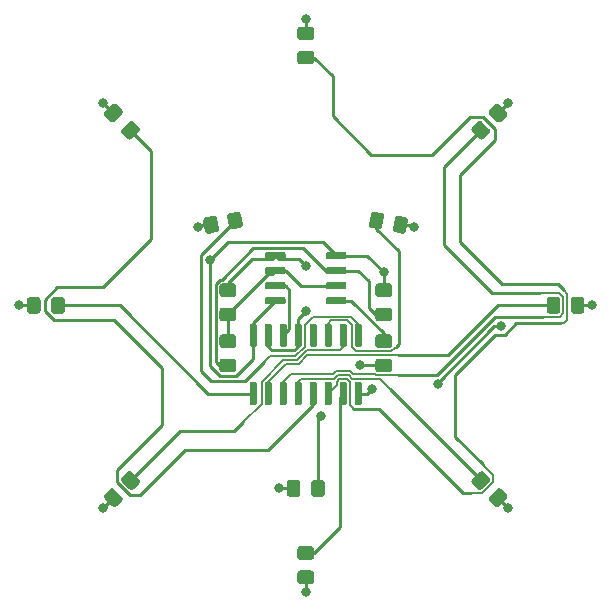
<source format=gbr>
G04 #@! TF.GenerationSoftware,KiCad,Pcbnew,5.1.5-52549c5~86~ubuntu19.04.1*
G04 #@! TF.CreationDate,2020-07-03T08:07:59-07:00*
G04 #@! TF.ProjectId,smd-star,736d642d-7374-4617-922e-6b696361645f,rev?*
G04 #@! TF.SameCoordinates,Original*
G04 #@! TF.FileFunction,Copper,L1,Top*
G04 #@! TF.FilePolarity,Positive*
%FSLAX46Y46*%
G04 Gerber Fmt 4.6, Leading zero omitted, Abs format (unit mm)*
G04 Created by KiCad (PCBNEW 5.1.5-52549c5~86~ubuntu19.04.1) date 2020-07-03 08:07:59*
%MOMM*%
%LPD*%
G04 APERTURE LIST*
%ADD10C,0.100000*%
%ADD11C,0.800000*%
%ADD12C,0.250000*%
%ADD13C,0.127000*%
G04 APERTURE END LIST*
G04 #@! TA.AperFunction,SMDPad,CuDef*
D10*
G36*
X5767721Y7926860D02*
G01*
X5792062Y7923790D01*
X6432189Y7810919D01*
X6456112Y7805478D01*
X6479386Y7797719D01*
X6501788Y7787716D01*
X6523101Y7775565D01*
X6543121Y7761384D01*
X6561654Y7745308D01*
X6578523Y7727494D01*
X6593564Y7708112D01*
X6606633Y7687349D01*
X6617604Y7665404D01*
X6626371Y7642491D01*
X6632850Y7618828D01*
X6636978Y7594644D01*
X6638717Y7570172D01*
X6638048Y7545647D01*
X6634978Y7521306D01*
X6478695Y6634977D01*
X6473254Y6611054D01*
X6465495Y6587780D01*
X6455492Y6565378D01*
X6443341Y6544065D01*
X6429160Y6524045D01*
X6413084Y6505512D01*
X6395270Y6488643D01*
X6375888Y6473602D01*
X6355125Y6460533D01*
X6333180Y6449562D01*
X6310267Y6440795D01*
X6286604Y6434316D01*
X6262420Y6430188D01*
X6237948Y6428449D01*
X6213423Y6429118D01*
X6189082Y6432188D01*
X5548955Y6545059D01*
X5525032Y6550500D01*
X5501758Y6558259D01*
X5479356Y6568262D01*
X5458043Y6580413D01*
X5438023Y6594594D01*
X5419490Y6610670D01*
X5402621Y6628484D01*
X5387580Y6647866D01*
X5374511Y6668629D01*
X5363540Y6690574D01*
X5354773Y6713487D01*
X5348294Y6737150D01*
X5344166Y6761334D01*
X5342427Y6785806D01*
X5343096Y6810331D01*
X5346166Y6834672D01*
X5502449Y7721001D01*
X5507890Y7744924D01*
X5515649Y7768198D01*
X5525652Y7790600D01*
X5537803Y7811913D01*
X5551984Y7831933D01*
X5568060Y7850466D01*
X5585874Y7867335D01*
X5605256Y7882376D01*
X5626019Y7895445D01*
X5647964Y7906416D01*
X5670877Y7915183D01*
X5694540Y7921662D01*
X5718724Y7925790D01*
X5743196Y7927529D01*
X5767721Y7926860D01*
G37*
G04 #@! TD.AperFunction*
G04 #@! TA.AperFunction,SMDPad,CuDef*
G36*
X7786577Y7570882D02*
G01*
X7810918Y7567812D01*
X8451045Y7454941D01*
X8474968Y7449500D01*
X8498242Y7441741D01*
X8520644Y7431738D01*
X8541957Y7419587D01*
X8561977Y7405406D01*
X8580510Y7389330D01*
X8597379Y7371516D01*
X8612420Y7352134D01*
X8625489Y7331371D01*
X8636460Y7309426D01*
X8645227Y7286513D01*
X8651706Y7262850D01*
X8655834Y7238666D01*
X8657573Y7214194D01*
X8656904Y7189669D01*
X8653834Y7165328D01*
X8497551Y6278999D01*
X8492110Y6255076D01*
X8484351Y6231802D01*
X8474348Y6209400D01*
X8462197Y6188087D01*
X8448016Y6168067D01*
X8431940Y6149534D01*
X8414126Y6132665D01*
X8394744Y6117624D01*
X8373981Y6104555D01*
X8352036Y6093584D01*
X8329123Y6084817D01*
X8305460Y6078338D01*
X8281276Y6074210D01*
X8256804Y6072471D01*
X8232279Y6073140D01*
X8207938Y6076210D01*
X7567811Y6189081D01*
X7543888Y6194522D01*
X7520614Y6202281D01*
X7498212Y6212284D01*
X7476899Y6224435D01*
X7456879Y6238616D01*
X7438346Y6254692D01*
X7421477Y6272506D01*
X7406436Y6291888D01*
X7393367Y6312651D01*
X7382396Y6334596D01*
X7373629Y6357509D01*
X7367150Y6381172D01*
X7363022Y6405356D01*
X7361283Y6429828D01*
X7361952Y6454353D01*
X7365022Y6478694D01*
X7521305Y7365023D01*
X7526746Y7388946D01*
X7534505Y7412220D01*
X7544508Y7434622D01*
X7556659Y7455935D01*
X7570840Y7475955D01*
X7586916Y7494488D01*
X7604730Y7511357D01*
X7624112Y7526398D01*
X7644875Y7539467D01*
X7666820Y7550438D01*
X7689733Y7559205D01*
X7713396Y7565684D01*
X7737580Y7569812D01*
X7762052Y7571551D01*
X7786577Y7570882D01*
G37*
G04 #@! TD.AperFunction*
G04 #@! TA.AperFunction,SMDPad,CuDef*
G36*
X-5718724Y7925790D02*
G01*
X-5694540Y7921662D01*
X-5670877Y7915183D01*
X-5647964Y7906416D01*
X-5626019Y7895445D01*
X-5605256Y7882376D01*
X-5585874Y7867335D01*
X-5568060Y7850466D01*
X-5551984Y7831933D01*
X-5537803Y7811913D01*
X-5525652Y7790600D01*
X-5515649Y7768198D01*
X-5507890Y7744924D01*
X-5502449Y7721001D01*
X-5346166Y6834672D01*
X-5343096Y6810331D01*
X-5342427Y6785806D01*
X-5344166Y6761334D01*
X-5348294Y6737150D01*
X-5354773Y6713487D01*
X-5363540Y6690574D01*
X-5374511Y6668629D01*
X-5387580Y6647866D01*
X-5402621Y6628484D01*
X-5419490Y6610670D01*
X-5438023Y6594594D01*
X-5458043Y6580413D01*
X-5479356Y6568262D01*
X-5501758Y6558259D01*
X-5525032Y6550500D01*
X-5548955Y6545059D01*
X-6189082Y6432188D01*
X-6213423Y6429118D01*
X-6237948Y6428449D01*
X-6262420Y6430188D01*
X-6286604Y6434316D01*
X-6310267Y6440795D01*
X-6333180Y6449562D01*
X-6355125Y6460533D01*
X-6375888Y6473602D01*
X-6395270Y6488643D01*
X-6413084Y6505512D01*
X-6429160Y6524045D01*
X-6443341Y6544065D01*
X-6455492Y6565378D01*
X-6465495Y6587780D01*
X-6473254Y6611054D01*
X-6478695Y6634977D01*
X-6634978Y7521306D01*
X-6638048Y7545647D01*
X-6638717Y7570172D01*
X-6636978Y7594644D01*
X-6632850Y7618828D01*
X-6626371Y7642491D01*
X-6617604Y7665404D01*
X-6606633Y7687349D01*
X-6593564Y7708112D01*
X-6578523Y7727494D01*
X-6561654Y7745308D01*
X-6543121Y7761384D01*
X-6523101Y7775565D01*
X-6501788Y7787716D01*
X-6479386Y7797719D01*
X-6456112Y7805478D01*
X-6432189Y7810919D01*
X-5792062Y7923790D01*
X-5767721Y7926860D01*
X-5743196Y7927529D01*
X-5718724Y7925790D01*
G37*
G04 #@! TD.AperFunction*
G04 #@! TA.AperFunction,SMDPad,CuDef*
G36*
X-7737580Y7569812D02*
G01*
X-7713396Y7565684D01*
X-7689733Y7559205D01*
X-7666820Y7550438D01*
X-7644875Y7539467D01*
X-7624112Y7526398D01*
X-7604730Y7511357D01*
X-7586916Y7494488D01*
X-7570840Y7475955D01*
X-7556659Y7455935D01*
X-7544508Y7434622D01*
X-7534505Y7412220D01*
X-7526746Y7388946D01*
X-7521305Y7365023D01*
X-7365022Y6478694D01*
X-7361952Y6454353D01*
X-7361283Y6429828D01*
X-7363022Y6405356D01*
X-7367150Y6381172D01*
X-7373629Y6357509D01*
X-7382396Y6334596D01*
X-7393367Y6312651D01*
X-7406436Y6291888D01*
X-7421477Y6272506D01*
X-7438346Y6254692D01*
X-7456879Y6238616D01*
X-7476899Y6224435D01*
X-7498212Y6212284D01*
X-7520614Y6202281D01*
X-7543888Y6194522D01*
X-7567811Y6189081D01*
X-8207938Y6076210D01*
X-8232279Y6073140D01*
X-8256804Y6072471D01*
X-8281276Y6074210D01*
X-8305460Y6078338D01*
X-8329123Y6084817D01*
X-8352036Y6093584D01*
X-8373981Y6104555D01*
X-8394744Y6117624D01*
X-8414126Y6132665D01*
X-8431940Y6149534D01*
X-8448016Y6168067D01*
X-8462197Y6188087D01*
X-8474348Y6209400D01*
X-8484351Y6231802D01*
X-8492110Y6255076D01*
X-8497551Y6278999D01*
X-8653834Y7165328D01*
X-8656904Y7189669D01*
X-8657573Y7214194D01*
X-8655834Y7238666D01*
X-8651706Y7262850D01*
X-8645227Y7286513D01*
X-8636460Y7309426D01*
X-8625489Y7331371D01*
X-8612420Y7352134D01*
X-8597379Y7371516D01*
X-8580510Y7389330D01*
X-8561977Y7405406D01*
X-8541957Y7419587D01*
X-8520644Y7431738D01*
X-8498242Y7441741D01*
X-8474968Y7449500D01*
X-8451045Y7454941D01*
X-7810918Y7567812D01*
X-7786577Y7570882D01*
X-7762052Y7571551D01*
X-7737580Y7569812D01*
G37*
G04 #@! TD.AperFunction*
G04 #@! TA.AperFunction,SMDPad,CuDef*
G36*
X-4280297Y-1550722D02*
G01*
X-4265736Y-1552882D01*
X-4251457Y-1556459D01*
X-4237597Y-1561418D01*
X-4224290Y-1567712D01*
X-4211664Y-1575280D01*
X-4199841Y-1584048D01*
X-4188934Y-1593934D01*
X-4179048Y-1604841D01*
X-4170280Y-1616664D01*
X-4162712Y-1629290D01*
X-4156418Y-1642597D01*
X-4151459Y-1656457D01*
X-4147882Y-1670736D01*
X-4145722Y-1685297D01*
X-4145000Y-1700000D01*
X-4145000Y-3350000D01*
X-4145722Y-3364703D01*
X-4147882Y-3379264D01*
X-4151459Y-3393543D01*
X-4156418Y-3407403D01*
X-4162712Y-3420710D01*
X-4170280Y-3433336D01*
X-4179048Y-3445159D01*
X-4188934Y-3456066D01*
X-4199841Y-3465952D01*
X-4211664Y-3474720D01*
X-4224290Y-3482288D01*
X-4237597Y-3488582D01*
X-4251457Y-3493541D01*
X-4265736Y-3497118D01*
X-4280297Y-3499278D01*
X-4295000Y-3500000D01*
X-4595000Y-3500000D01*
X-4609703Y-3499278D01*
X-4624264Y-3497118D01*
X-4638543Y-3493541D01*
X-4652403Y-3488582D01*
X-4665710Y-3482288D01*
X-4678336Y-3474720D01*
X-4690159Y-3465952D01*
X-4701066Y-3456066D01*
X-4710952Y-3445159D01*
X-4719720Y-3433336D01*
X-4727288Y-3420710D01*
X-4733582Y-3407403D01*
X-4738541Y-3393543D01*
X-4742118Y-3379264D01*
X-4744278Y-3364703D01*
X-4745000Y-3350000D01*
X-4745000Y-1700000D01*
X-4744278Y-1685297D01*
X-4742118Y-1670736D01*
X-4738541Y-1656457D01*
X-4733582Y-1642597D01*
X-4727288Y-1629290D01*
X-4719720Y-1616664D01*
X-4710952Y-1604841D01*
X-4701066Y-1593934D01*
X-4690159Y-1584048D01*
X-4678336Y-1575280D01*
X-4665710Y-1567712D01*
X-4652403Y-1561418D01*
X-4638543Y-1556459D01*
X-4624264Y-1552882D01*
X-4609703Y-1550722D01*
X-4595000Y-1550000D01*
X-4295000Y-1550000D01*
X-4280297Y-1550722D01*
G37*
G04 #@! TD.AperFunction*
G04 #@! TA.AperFunction,SMDPad,CuDef*
G36*
X-3010297Y-1550722D02*
G01*
X-2995736Y-1552882D01*
X-2981457Y-1556459D01*
X-2967597Y-1561418D01*
X-2954290Y-1567712D01*
X-2941664Y-1575280D01*
X-2929841Y-1584048D01*
X-2918934Y-1593934D01*
X-2909048Y-1604841D01*
X-2900280Y-1616664D01*
X-2892712Y-1629290D01*
X-2886418Y-1642597D01*
X-2881459Y-1656457D01*
X-2877882Y-1670736D01*
X-2875722Y-1685297D01*
X-2875000Y-1700000D01*
X-2875000Y-3350000D01*
X-2875722Y-3364703D01*
X-2877882Y-3379264D01*
X-2881459Y-3393543D01*
X-2886418Y-3407403D01*
X-2892712Y-3420710D01*
X-2900280Y-3433336D01*
X-2909048Y-3445159D01*
X-2918934Y-3456066D01*
X-2929841Y-3465952D01*
X-2941664Y-3474720D01*
X-2954290Y-3482288D01*
X-2967597Y-3488582D01*
X-2981457Y-3493541D01*
X-2995736Y-3497118D01*
X-3010297Y-3499278D01*
X-3025000Y-3500000D01*
X-3325000Y-3500000D01*
X-3339703Y-3499278D01*
X-3354264Y-3497118D01*
X-3368543Y-3493541D01*
X-3382403Y-3488582D01*
X-3395710Y-3482288D01*
X-3408336Y-3474720D01*
X-3420159Y-3465952D01*
X-3431066Y-3456066D01*
X-3440952Y-3445159D01*
X-3449720Y-3433336D01*
X-3457288Y-3420710D01*
X-3463582Y-3407403D01*
X-3468541Y-3393543D01*
X-3472118Y-3379264D01*
X-3474278Y-3364703D01*
X-3475000Y-3350000D01*
X-3475000Y-1700000D01*
X-3474278Y-1685297D01*
X-3472118Y-1670736D01*
X-3468541Y-1656457D01*
X-3463582Y-1642597D01*
X-3457288Y-1629290D01*
X-3449720Y-1616664D01*
X-3440952Y-1604841D01*
X-3431066Y-1593934D01*
X-3420159Y-1584048D01*
X-3408336Y-1575280D01*
X-3395710Y-1567712D01*
X-3382403Y-1561418D01*
X-3368543Y-1556459D01*
X-3354264Y-1552882D01*
X-3339703Y-1550722D01*
X-3325000Y-1550000D01*
X-3025000Y-1550000D01*
X-3010297Y-1550722D01*
G37*
G04 #@! TD.AperFunction*
G04 #@! TA.AperFunction,SMDPad,CuDef*
G36*
X-1740297Y-1550722D02*
G01*
X-1725736Y-1552882D01*
X-1711457Y-1556459D01*
X-1697597Y-1561418D01*
X-1684290Y-1567712D01*
X-1671664Y-1575280D01*
X-1659841Y-1584048D01*
X-1648934Y-1593934D01*
X-1639048Y-1604841D01*
X-1630280Y-1616664D01*
X-1622712Y-1629290D01*
X-1616418Y-1642597D01*
X-1611459Y-1656457D01*
X-1607882Y-1670736D01*
X-1605722Y-1685297D01*
X-1605000Y-1700000D01*
X-1605000Y-3350000D01*
X-1605722Y-3364703D01*
X-1607882Y-3379264D01*
X-1611459Y-3393543D01*
X-1616418Y-3407403D01*
X-1622712Y-3420710D01*
X-1630280Y-3433336D01*
X-1639048Y-3445159D01*
X-1648934Y-3456066D01*
X-1659841Y-3465952D01*
X-1671664Y-3474720D01*
X-1684290Y-3482288D01*
X-1697597Y-3488582D01*
X-1711457Y-3493541D01*
X-1725736Y-3497118D01*
X-1740297Y-3499278D01*
X-1755000Y-3500000D01*
X-2055000Y-3500000D01*
X-2069703Y-3499278D01*
X-2084264Y-3497118D01*
X-2098543Y-3493541D01*
X-2112403Y-3488582D01*
X-2125710Y-3482288D01*
X-2138336Y-3474720D01*
X-2150159Y-3465952D01*
X-2161066Y-3456066D01*
X-2170952Y-3445159D01*
X-2179720Y-3433336D01*
X-2187288Y-3420710D01*
X-2193582Y-3407403D01*
X-2198541Y-3393543D01*
X-2202118Y-3379264D01*
X-2204278Y-3364703D01*
X-2205000Y-3350000D01*
X-2205000Y-1700000D01*
X-2204278Y-1685297D01*
X-2202118Y-1670736D01*
X-2198541Y-1656457D01*
X-2193582Y-1642597D01*
X-2187288Y-1629290D01*
X-2179720Y-1616664D01*
X-2170952Y-1604841D01*
X-2161066Y-1593934D01*
X-2150159Y-1584048D01*
X-2138336Y-1575280D01*
X-2125710Y-1567712D01*
X-2112403Y-1561418D01*
X-2098543Y-1556459D01*
X-2084264Y-1552882D01*
X-2069703Y-1550722D01*
X-2055000Y-1550000D01*
X-1755000Y-1550000D01*
X-1740297Y-1550722D01*
G37*
G04 #@! TD.AperFunction*
G04 #@! TA.AperFunction,SMDPad,CuDef*
G36*
X-470297Y-1550722D02*
G01*
X-455736Y-1552882D01*
X-441457Y-1556459D01*
X-427597Y-1561418D01*
X-414290Y-1567712D01*
X-401664Y-1575280D01*
X-389841Y-1584048D01*
X-378934Y-1593934D01*
X-369048Y-1604841D01*
X-360280Y-1616664D01*
X-352712Y-1629290D01*
X-346418Y-1642597D01*
X-341459Y-1656457D01*
X-337882Y-1670736D01*
X-335722Y-1685297D01*
X-335000Y-1700000D01*
X-335000Y-3350000D01*
X-335722Y-3364703D01*
X-337882Y-3379264D01*
X-341459Y-3393543D01*
X-346418Y-3407403D01*
X-352712Y-3420710D01*
X-360280Y-3433336D01*
X-369048Y-3445159D01*
X-378934Y-3456066D01*
X-389841Y-3465952D01*
X-401664Y-3474720D01*
X-414290Y-3482288D01*
X-427597Y-3488582D01*
X-441457Y-3493541D01*
X-455736Y-3497118D01*
X-470297Y-3499278D01*
X-485000Y-3500000D01*
X-785000Y-3500000D01*
X-799703Y-3499278D01*
X-814264Y-3497118D01*
X-828543Y-3493541D01*
X-842403Y-3488582D01*
X-855710Y-3482288D01*
X-868336Y-3474720D01*
X-880159Y-3465952D01*
X-891066Y-3456066D01*
X-900952Y-3445159D01*
X-909720Y-3433336D01*
X-917288Y-3420710D01*
X-923582Y-3407403D01*
X-928541Y-3393543D01*
X-932118Y-3379264D01*
X-934278Y-3364703D01*
X-935000Y-3350000D01*
X-935000Y-1700000D01*
X-934278Y-1685297D01*
X-932118Y-1670736D01*
X-928541Y-1656457D01*
X-923582Y-1642597D01*
X-917288Y-1629290D01*
X-909720Y-1616664D01*
X-900952Y-1604841D01*
X-891066Y-1593934D01*
X-880159Y-1584048D01*
X-868336Y-1575280D01*
X-855710Y-1567712D01*
X-842403Y-1561418D01*
X-828543Y-1556459D01*
X-814264Y-1552882D01*
X-799703Y-1550722D01*
X-785000Y-1550000D01*
X-485000Y-1550000D01*
X-470297Y-1550722D01*
G37*
G04 #@! TD.AperFunction*
G04 #@! TA.AperFunction,SMDPad,CuDef*
G36*
X799703Y-1550722D02*
G01*
X814264Y-1552882D01*
X828543Y-1556459D01*
X842403Y-1561418D01*
X855710Y-1567712D01*
X868336Y-1575280D01*
X880159Y-1584048D01*
X891066Y-1593934D01*
X900952Y-1604841D01*
X909720Y-1616664D01*
X917288Y-1629290D01*
X923582Y-1642597D01*
X928541Y-1656457D01*
X932118Y-1670736D01*
X934278Y-1685297D01*
X935000Y-1700000D01*
X935000Y-3350000D01*
X934278Y-3364703D01*
X932118Y-3379264D01*
X928541Y-3393543D01*
X923582Y-3407403D01*
X917288Y-3420710D01*
X909720Y-3433336D01*
X900952Y-3445159D01*
X891066Y-3456066D01*
X880159Y-3465952D01*
X868336Y-3474720D01*
X855710Y-3482288D01*
X842403Y-3488582D01*
X828543Y-3493541D01*
X814264Y-3497118D01*
X799703Y-3499278D01*
X785000Y-3500000D01*
X485000Y-3500000D01*
X470297Y-3499278D01*
X455736Y-3497118D01*
X441457Y-3493541D01*
X427597Y-3488582D01*
X414290Y-3482288D01*
X401664Y-3474720D01*
X389841Y-3465952D01*
X378934Y-3456066D01*
X369048Y-3445159D01*
X360280Y-3433336D01*
X352712Y-3420710D01*
X346418Y-3407403D01*
X341459Y-3393543D01*
X337882Y-3379264D01*
X335722Y-3364703D01*
X335000Y-3350000D01*
X335000Y-1700000D01*
X335722Y-1685297D01*
X337882Y-1670736D01*
X341459Y-1656457D01*
X346418Y-1642597D01*
X352712Y-1629290D01*
X360280Y-1616664D01*
X369048Y-1604841D01*
X378934Y-1593934D01*
X389841Y-1584048D01*
X401664Y-1575280D01*
X414290Y-1567712D01*
X427597Y-1561418D01*
X441457Y-1556459D01*
X455736Y-1552882D01*
X470297Y-1550722D01*
X485000Y-1550000D01*
X785000Y-1550000D01*
X799703Y-1550722D01*
G37*
G04 #@! TD.AperFunction*
G04 #@! TA.AperFunction,SMDPad,CuDef*
G36*
X2069703Y-1550722D02*
G01*
X2084264Y-1552882D01*
X2098543Y-1556459D01*
X2112403Y-1561418D01*
X2125710Y-1567712D01*
X2138336Y-1575280D01*
X2150159Y-1584048D01*
X2161066Y-1593934D01*
X2170952Y-1604841D01*
X2179720Y-1616664D01*
X2187288Y-1629290D01*
X2193582Y-1642597D01*
X2198541Y-1656457D01*
X2202118Y-1670736D01*
X2204278Y-1685297D01*
X2205000Y-1700000D01*
X2205000Y-3350000D01*
X2204278Y-3364703D01*
X2202118Y-3379264D01*
X2198541Y-3393543D01*
X2193582Y-3407403D01*
X2187288Y-3420710D01*
X2179720Y-3433336D01*
X2170952Y-3445159D01*
X2161066Y-3456066D01*
X2150159Y-3465952D01*
X2138336Y-3474720D01*
X2125710Y-3482288D01*
X2112403Y-3488582D01*
X2098543Y-3493541D01*
X2084264Y-3497118D01*
X2069703Y-3499278D01*
X2055000Y-3500000D01*
X1755000Y-3500000D01*
X1740297Y-3499278D01*
X1725736Y-3497118D01*
X1711457Y-3493541D01*
X1697597Y-3488582D01*
X1684290Y-3482288D01*
X1671664Y-3474720D01*
X1659841Y-3465952D01*
X1648934Y-3456066D01*
X1639048Y-3445159D01*
X1630280Y-3433336D01*
X1622712Y-3420710D01*
X1616418Y-3407403D01*
X1611459Y-3393543D01*
X1607882Y-3379264D01*
X1605722Y-3364703D01*
X1605000Y-3350000D01*
X1605000Y-1700000D01*
X1605722Y-1685297D01*
X1607882Y-1670736D01*
X1611459Y-1656457D01*
X1616418Y-1642597D01*
X1622712Y-1629290D01*
X1630280Y-1616664D01*
X1639048Y-1604841D01*
X1648934Y-1593934D01*
X1659841Y-1584048D01*
X1671664Y-1575280D01*
X1684290Y-1567712D01*
X1697597Y-1561418D01*
X1711457Y-1556459D01*
X1725736Y-1552882D01*
X1740297Y-1550722D01*
X1755000Y-1550000D01*
X2055000Y-1550000D01*
X2069703Y-1550722D01*
G37*
G04 #@! TD.AperFunction*
G04 #@! TA.AperFunction,SMDPad,CuDef*
G36*
X3339703Y-1550722D02*
G01*
X3354264Y-1552882D01*
X3368543Y-1556459D01*
X3382403Y-1561418D01*
X3395710Y-1567712D01*
X3408336Y-1575280D01*
X3420159Y-1584048D01*
X3431066Y-1593934D01*
X3440952Y-1604841D01*
X3449720Y-1616664D01*
X3457288Y-1629290D01*
X3463582Y-1642597D01*
X3468541Y-1656457D01*
X3472118Y-1670736D01*
X3474278Y-1685297D01*
X3475000Y-1700000D01*
X3475000Y-3350000D01*
X3474278Y-3364703D01*
X3472118Y-3379264D01*
X3468541Y-3393543D01*
X3463582Y-3407403D01*
X3457288Y-3420710D01*
X3449720Y-3433336D01*
X3440952Y-3445159D01*
X3431066Y-3456066D01*
X3420159Y-3465952D01*
X3408336Y-3474720D01*
X3395710Y-3482288D01*
X3382403Y-3488582D01*
X3368543Y-3493541D01*
X3354264Y-3497118D01*
X3339703Y-3499278D01*
X3325000Y-3500000D01*
X3025000Y-3500000D01*
X3010297Y-3499278D01*
X2995736Y-3497118D01*
X2981457Y-3493541D01*
X2967597Y-3488582D01*
X2954290Y-3482288D01*
X2941664Y-3474720D01*
X2929841Y-3465952D01*
X2918934Y-3456066D01*
X2909048Y-3445159D01*
X2900280Y-3433336D01*
X2892712Y-3420710D01*
X2886418Y-3407403D01*
X2881459Y-3393543D01*
X2877882Y-3379264D01*
X2875722Y-3364703D01*
X2875000Y-3350000D01*
X2875000Y-1700000D01*
X2875722Y-1685297D01*
X2877882Y-1670736D01*
X2881459Y-1656457D01*
X2886418Y-1642597D01*
X2892712Y-1629290D01*
X2900280Y-1616664D01*
X2909048Y-1604841D01*
X2918934Y-1593934D01*
X2929841Y-1584048D01*
X2941664Y-1575280D01*
X2954290Y-1567712D01*
X2967597Y-1561418D01*
X2981457Y-1556459D01*
X2995736Y-1552882D01*
X3010297Y-1550722D01*
X3025000Y-1550000D01*
X3325000Y-1550000D01*
X3339703Y-1550722D01*
G37*
G04 #@! TD.AperFunction*
G04 #@! TA.AperFunction,SMDPad,CuDef*
G36*
X4609703Y-1550722D02*
G01*
X4624264Y-1552882D01*
X4638543Y-1556459D01*
X4652403Y-1561418D01*
X4665710Y-1567712D01*
X4678336Y-1575280D01*
X4690159Y-1584048D01*
X4701066Y-1593934D01*
X4710952Y-1604841D01*
X4719720Y-1616664D01*
X4727288Y-1629290D01*
X4733582Y-1642597D01*
X4738541Y-1656457D01*
X4742118Y-1670736D01*
X4744278Y-1685297D01*
X4745000Y-1700000D01*
X4745000Y-3350000D01*
X4744278Y-3364703D01*
X4742118Y-3379264D01*
X4738541Y-3393543D01*
X4733582Y-3407403D01*
X4727288Y-3420710D01*
X4719720Y-3433336D01*
X4710952Y-3445159D01*
X4701066Y-3456066D01*
X4690159Y-3465952D01*
X4678336Y-3474720D01*
X4665710Y-3482288D01*
X4652403Y-3488582D01*
X4638543Y-3493541D01*
X4624264Y-3497118D01*
X4609703Y-3499278D01*
X4595000Y-3500000D01*
X4295000Y-3500000D01*
X4280297Y-3499278D01*
X4265736Y-3497118D01*
X4251457Y-3493541D01*
X4237597Y-3488582D01*
X4224290Y-3482288D01*
X4211664Y-3474720D01*
X4199841Y-3465952D01*
X4188934Y-3456066D01*
X4179048Y-3445159D01*
X4170280Y-3433336D01*
X4162712Y-3420710D01*
X4156418Y-3407403D01*
X4151459Y-3393543D01*
X4147882Y-3379264D01*
X4145722Y-3364703D01*
X4145000Y-3350000D01*
X4145000Y-1700000D01*
X4145722Y-1685297D01*
X4147882Y-1670736D01*
X4151459Y-1656457D01*
X4156418Y-1642597D01*
X4162712Y-1629290D01*
X4170280Y-1616664D01*
X4179048Y-1604841D01*
X4188934Y-1593934D01*
X4199841Y-1584048D01*
X4211664Y-1575280D01*
X4224290Y-1567712D01*
X4237597Y-1561418D01*
X4251457Y-1556459D01*
X4265736Y-1552882D01*
X4280297Y-1550722D01*
X4295000Y-1550000D01*
X4595000Y-1550000D01*
X4609703Y-1550722D01*
G37*
G04 #@! TD.AperFunction*
G04 #@! TA.AperFunction,SMDPad,CuDef*
G36*
X4609703Y-6500722D02*
G01*
X4624264Y-6502882D01*
X4638543Y-6506459D01*
X4652403Y-6511418D01*
X4665710Y-6517712D01*
X4678336Y-6525280D01*
X4690159Y-6534048D01*
X4701066Y-6543934D01*
X4710952Y-6554841D01*
X4719720Y-6566664D01*
X4727288Y-6579290D01*
X4733582Y-6592597D01*
X4738541Y-6606457D01*
X4742118Y-6620736D01*
X4744278Y-6635297D01*
X4745000Y-6650000D01*
X4745000Y-8300000D01*
X4744278Y-8314703D01*
X4742118Y-8329264D01*
X4738541Y-8343543D01*
X4733582Y-8357403D01*
X4727288Y-8370710D01*
X4719720Y-8383336D01*
X4710952Y-8395159D01*
X4701066Y-8406066D01*
X4690159Y-8415952D01*
X4678336Y-8424720D01*
X4665710Y-8432288D01*
X4652403Y-8438582D01*
X4638543Y-8443541D01*
X4624264Y-8447118D01*
X4609703Y-8449278D01*
X4595000Y-8450000D01*
X4295000Y-8450000D01*
X4280297Y-8449278D01*
X4265736Y-8447118D01*
X4251457Y-8443541D01*
X4237597Y-8438582D01*
X4224290Y-8432288D01*
X4211664Y-8424720D01*
X4199841Y-8415952D01*
X4188934Y-8406066D01*
X4179048Y-8395159D01*
X4170280Y-8383336D01*
X4162712Y-8370710D01*
X4156418Y-8357403D01*
X4151459Y-8343543D01*
X4147882Y-8329264D01*
X4145722Y-8314703D01*
X4145000Y-8300000D01*
X4145000Y-6650000D01*
X4145722Y-6635297D01*
X4147882Y-6620736D01*
X4151459Y-6606457D01*
X4156418Y-6592597D01*
X4162712Y-6579290D01*
X4170280Y-6566664D01*
X4179048Y-6554841D01*
X4188934Y-6543934D01*
X4199841Y-6534048D01*
X4211664Y-6525280D01*
X4224290Y-6517712D01*
X4237597Y-6511418D01*
X4251457Y-6506459D01*
X4265736Y-6502882D01*
X4280297Y-6500722D01*
X4295000Y-6500000D01*
X4595000Y-6500000D01*
X4609703Y-6500722D01*
G37*
G04 #@! TD.AperFunction*
G04 #@! TA.AperFunction,SMDPad,CuDef*
G36*
X3339703Y-6500722D02*
G01*
X3354264Y-6502882D01*
X3368543Y-6506459D01*
X3382403Y-6511418D01*
X3395710Y-6517712D01*
X3408336Y-6525280D01*
X3420159Y-6534048D01*
X3431066Y-6543934D01*
X3440952Y-6554841D01*
X3449720Y-6566664D01*
X3457288Y-6579290D01*
X3463582Y-6592597D01*
X3468541Y-6606457D01*
X3472118Y-6620736D01*
X3474278Y-6635297D01*
X3475000Y-6650000D01*
X3475000Y-8300000D01*
X3474278Y-8314703D01*
X3472118Y-8329264D01*
X3468541Y-8343543D01*
X3463582Y-8357403D01*
X3457288Y-8370710D01*
X3449720Y-8383336D01*
X3440952Y-8395159D01*
X3431066Y-8406066D01*
X3420159Y-8415952D01*
X3408336Y-8424720D01*
X3395710Y-8432288D01*
X3382403Y-8438582D01*
X3368543Y-8443541D01*
X3354264Y-8447118D01*
X3339703Y-8449278D01*
X3325000Y-8450000D01*
X3025000Y-8450000D01*
X3010297Y-8449278D01*
X2995736Y-8447118D01*
X2981457Y-8443541D01*
X2967597Y-8438582D01*
X2954290Y-8432288D01*
X2941664Y-8424720D01*
X2929841Y-8415952D01*
X2918934Y-8406066D01*
X2909048Y-8395159D01*
X2900280Y-8383336D01*
X2892712Y-8370710D01*
X2886418Y-8357403D01*
X2881459Y-8343543D01*
X2877882Y-8329264D01*
X2875722Y-8314703D01*
X2875000Y-8300000D01*
X2875000Y-6650000D01*
X2875722Y-6635297D01*
X2877882Y-6620736D01*
X2881459Y-6606457D01*
X2886418Y-6592597D01*
X2892712Y-6579290D01*
X2900280Y-6566664D01*
X2909048Y-6554841D01*
X2918934Y-6543934D01*
X2929841Y-6534048D01*
X2941664Y-6525280D01*
X2954290Y-6517712D01*
X2967597Y-6511418D01*
X2981457Y-6506459D01*
X2995736Y-6502882D01*
X3010297Y-6500722D01*
X3025000Y-6500000D01*
X3325000Y-6500000D01*
X3339703Y-6500722D01*
G37*
G04 #@! TD.AperFunction*
G04 #@! TA.AperFunction,SMDPad,CuDef*
G36*
X2069703Y-6500722D02*
G01*
X2084264Y-6502882D01*
X2098543Y-6506459D01*
X2112403Y-6511418D01*
X2125710Y-6517712D01*
X2138336Y-6525280D01*
X2150159Y-6534048D01*
X2161066Y-6543934D01*
X2170952Y-6554841D01*
X2179720Y-6566664D01*
X2187288Y-6579290D01*
X2193582Y-6592597D01*
X2198541Y-6606457D01*
X2202118Y-6620736D01*
X2204278Y-6635297D01*
X2205000Y-6650000D01*
X2205000Y-8300000D01*
X2204278Y-8314703D01*
X2202118Y-8329264D01*
X2198541Y-8343543D01*
X2193582Y-8357403D01*
X2187288Y-8370710D01*
X2179720Y-8383336D01*
X2170952Y-8395159D01*
X2161066Y-8406066D01*
X2150159Y-8415952D01*
X2138336Y-8424720D01*
X2125710Y-8432288D01*
X2112403Y-8438582D01*
X2098543Y-8443541D01*
X2084264Y-8447118D01*
X2069703Y-8449278D01*
X2055000Y-8450000D01*
X1755000Y-8450000D01*
X1740297Y-8449278D01*
X1725736Y-8447118D01*
X1711457Y-8443541D01*
X1697597Y-8438582D01*
X1684290Y-8432288D01*
X1671664Y-8424720D01*
X1659841Y-8415952D01*
X1648934Y-8406066D01*
X1639048Y-8395159D01*
X1630280Y-8383336D01*
X1622712Y-8370710D01*
X1616418Y-8357403D01*
X1611459Y-8343543D01*
X1607882Y-8329264D01*
X1605722Y-8314703D01*
X1605000Y-8300000D01*
X1605000Y-6650000D01*
X1605722Y-6635297D01*
X1607882Y-6620736D01*
X1611459Y-6606457D01*
X1616418Y-6592597D01*
X1622712Y-6579290D01*
X1630280Y-6566664D01*
X1639048Y-6554841D01*
X1648934Y-6543934D01*
X1659841Y-6534048D01*
X1671664Y-6525280D01*
X1684290Y-6517712D01*
X1697597Y-6511418D01*
X1711457Y-6506459D01*
X1725736Y-6502882D01*
X1740297Y-6500722D01*
X1755000Y-6500000D01*
X2055000Y-6500000D01*
X2069703Y-6500722D01*
G37*
G04 #@! TD.AperFunction*
G04 #@! TA.AperFunction,SMDPad,CuDef*
G36*
X799703Y-6500722D02*
G01*
X814264Y-6502882D01*
X828543Y-6506459D01*
X842403Y-6511418D01*
X855710Y-6517712D01*
X868336Y-6525280D01*
X880159Y-6534048D01*
X891066Y-6543934D01*
X900952Y-6554841D01*
X909720Y-6566664D01*
X917288Y-6579290D01*
X923582Y-6592597D01*
X928541Y-6606457D01*
X932118Y-6620736D01*
X934278Y-6635297D01*
X935000Y-6650000D01*
X935000Y-8300000D01*
X934278Y-8314703D01*
X932118Y-8329264D01*
X928541Y-8343543D01*
X923582Y-8357403D01*
X917288Y-8370710D01*
X909720Y-8383336D01*
X900952Y-8395159D01*
X891066Y-8406066D01*
X880159Y-8415952D01*
X868336Y-8424720D01*
X855710Y-8432288D01*
X842403Y-8438582D01*
X828543Y-8443541D01*
X814264Y-8447118D01*
X799703Y-8449278D01*
X785000Y-8450000D01*
X485000Y-8450000D01*
X470297Y-8449278D01*
X455736Y-8447118D01*
X441457Y-8443541D01*
X427597Y-8438582D01*
X414290Y-8432288D01*
X401664Y-8424720D01*
X389841Y-8415952D01*
X378934Y-8406066D01*
X369048Y-8395159D01*
X360280Y-8383336D01*
X352712Y-8370710D01*
X346418Y-8357403D01*
X341459Y-8343543D01*
X337882Y-8329264D01*
X335722Y-8314703D01*
X335000Y-8300000D01*
X335000Y-6650000D01*
X335722Y-6635297D01*
X337882Y-6620736D01*
X341459Y-6606457D01*
X346418Y-6592597D01*
X352712Y-6579290D01*
X360280Y-6566664D01*
X369048Y-6554841D01*
X378934Y-6543934D01*
X389841Y-6534048D01*
X401664Y-6525280D01*
X414290Y-6517712D01*
X427597Y-6511418D01*
X441457Y-6506459D01*
X455736Y-6502882D01*
X470297Y-6500722D01*
X485000Y-6500000D01*
X785000Y-6500000D01*
X799703Y-6500722D01*
G37*
G04 #@! TD.AperFunction*
G04 #@! TA.AperFunction,SMDPad,CuDef*
G36*
X-470297Y-6500722D02*
G01*
X-455736Y-6502882D01*
X-441457Y-6506459D01*
X-427597Y-6511418D01*
X-414290Y-6517712D01*
X-401664Y-6525280D01*
X-389841Y-6534048D01*
X-378934Y-6543934D01*
X-369048Y-6554841D01*
X-360280Y-6566664D01*
X-352712Y-6579290D01*
X-346418Y-6592597D01*
X-341459Y-6606457D01*
X-337882Y-6620736D01*
X-335722Y-6635297D01*
X-335000Y-6650000D01*
X-335000Y-8300000D01*
X-335722Y-8314703D01*
X-337882Y-8329264D01*
X-341459Y-8343543D01*
X-346418Y-8357403D01*
X-352712Y-8370710D01*
X-360280Y-8383336D01*
X-369048Y-8395159D01*
X-378934Y-8406066D01*
X-389841Y-8415952D01*
X-401664Y-8424720D01*
X-414290Y-8432288D01*
X-427597Y-8438582D01*
X-441457Y-8443541D01*
X-455736Y-8447118D01*
X-470297Y-8449278D01*
X-485000Y-8450000D01*
X-785000Y-8450000D01*
X-799703Y-8449278D01*
X-814264Y-8447118D01*
X-828543Y-8443541D01*
X-842403Y-8438582D01*
X-855710Y-8432288D01*
X-868336Y-8424720D01*
X-880159Y-8415952D01*
X-891066Y-8406066D01*
X-900952Y-8395159D01*
X-909720Y-8383336D01*
X-917288Y-8370710D01*
X-923582Y-8357403D01*
X-928541Y-8343543D01*
X-932118Y-8329264D01*
X-934278Y-8314703D01*
X-935000Y-8300000D01*
X-935000Y-6650000D01*
X-934278Y-6635297D01*
X-932118Y-6620736D01*
X-928541Y-6606457D01*
X-923582Y-6592597D01*
X-917288Y-6579290D01*
X-909720Y-6566664D01*
X-900952Y-6554841D01*
X-891066Y-6543934D01*
X-880159Y-6534048D01*
X-868336Y-6525280D01*
X-855710Y-6517712D01*
X-842403Y-6511418D01*
X-828543Y-6506459D01*
X-814264Y-6502882D01*
X-799703Y-6500722D01*
X-785000Y-6500000D01*
X-485000Y-6500000D01*
X-470297Y-6500722D01*
G37*
G04 #@! TD.AperFunction*
G04 #@! TA.AperFunction,SMDPad,CuDef*
G36*
X-1740297Y-6500722D02*
G01*
X-1725736Y-6502882D01*
X-1711457Y-6506459D01*
X-1697597Y-6511418D01*
X-1684290Y-6517712D01*
X-1671664Y-6525280D01*
X-1659841Y-6534048D01*
X-1648934Y-6543934D01*
X-1639048Y-6554841D01*
X-1630280Y-6566664D01*
X-1622712Y-6579290D01*
X-1616418Y-6592597D01*
X-1611459Y-6606457D01*
X-1607882Y-6620736D01*
X-1605722Y-6635297D01*
X-1605000Y-6650000D01*
X-1605000Y-8300000D01*
X-1605722Y-8314703D01*
X-1607882Y-8329264D01*
X-1611459Y-8343543D01*
X-1616418Y-8357403D01*
X-1622712Y-8370710D01*
X-1630280Y-8383336D01*
X-1639048Y-8395159D01*
X-1648934Y-8406066D01*
X-1659841Y-8415952D01*
X-1671664Y-8424720D01*
X-1684290Y-8432288D01*
X-1697597Y-8438582D01*
X-1711457Y-8443541D01*
X-1725736Y-8447118D01*
X-1740297Y-8449278D01*
X-1755000Y-8450000D01*
X-2055000Y-8450000D01*
X-2069703Y-8449278D01*
X-2084264Y-8447118D01*
X-2098543Y-8443541D01*
X-2112403Y-8438582D01*
X-2125710Y-8432288D01*
X-2138336Y-8424720D01*
X-2150159Y-8415952D01*
X-2161066Y-8406066D01*
X-2170952Y-8395159D01*
X-2179720Y-8383336D01*
X-2187288Y-8370710D01*
X-2193582Y-8357403D01*
X-2198541Y-8343543D01*
X-2202118Y-8329264D01*
X-2204278Y-8314703D01*
X-2205000Y-8300000D01*
X-2205000Y-6650000D01*
X-2204278Y-6635297D01*
X-2202118Y-6620736D01*
X-2198541Y-6606457D01*
X-2193582Y-6592597D01*
X-2187288Y-6579290D01*
X-2179720Y-6566664D01*
X-2170952Y-6554841D01*
X-2161066Y-6543934D01*
X-2150159Y-6534048D01*
X-2138336Y-6525280D01*
X-2125710Y-6517712D01*
X-2112403Y-6511418D01*
X-2098543Y-6506459D01*
X-2084264Y-6502882D01*
X-2069703Y-6500722D01*
X-2055000Y-6500000D01*
X-1755000Y-6500000D01*
X-1740297Y-6500722D01*
G37*
G04 #@! TD.AperFunction*
G04 #@! TA.AperFunction,SMDPad,CuDef*
G36*
X-3010297Y-6500722D02*
G01*
X-2995736Y-6502882D01*
X-2981457Y-6506459D01*
X-2967597Y-6511418D01*
X-2954290Y-6517712D01*
X-2941664Y-6525280D01*
X-2929841Y-6534048D01*
X-2918934Y-6543934D01*
X-2909048Y-6554841D01*
X-2900280Y-6566664D01*
X-2892712Y-6579290D01*
X-2886418Y-6592597D01*
X-2881459Y-6606457D01*
X-2877882Y-6620736D01*
X-2875722Y-6635297D01*
X-2875000Y-6650000D01*
X-2875000Y-8300000D01*
X-2875722Y-8314703D01*
X-2877882Y-8329264D01*
X-2881459Y-8343543D01*
X-2886418Y-8357403D01*
X-2892712Y-8370710D01*
X-2900280Y-8383336D01*
X-2909048Y-8395159D01*
X-2918934Y-8406066D01*
X-2929841Y-8415952D01*
X-2941664Y-8424720D01*
X-2954290Y-8432288D01*
X-2967597Y-8438582D01*
X-2981457Y-8443541D01*
X-2995736Y-8447118D01*
X-3010297Y-8449278D01*
X-3025000Y-8450000D01*
X-3325000Y-8450000D01*
X-3339703Y-8449278D01*
X-3354264Y-8447118D01*
X-3368543Y-8443541D01*
X-3382403Y-8438582D01*
X-3395710Y-8432288D01*
X-3408336Y-8424720D01*
X-3420159Y-8415952D01*
X-3431066Y-8406066D01*
X-3440952Y-8395159D01*
X-3449720Y-8383336D01*
X-3457288Y-8370710D01*
X-3463582Y-8357403D01*
X-3468541Y-8343543D01*
X-3472118Y-8329264D01*
X-3474278Y-8314703D01*
X-3475000Y-8300000D01*
X-3475000Y-6650000D01*
X-3474278Y-6635297D01*
X-3472118Y-6620736D01*
X-3468541Y-6606457D01*
X-3463582Y-6592597D01*
X-3457288Y-6579290D01*
X-3449720Y-6566664D01*
X-3440952Y-6554841D01*
X-3431066Y-6543934D01*
X-3420159Y-6534048D01*
X-3408336Y-6525280D01*
X-3395710Y-6517712D01*
X-3382403Y-6511418D01*
X-3368543Y-6506459D01*
X-3354264Y-6502882D01*
X-3339703Y-6500722D01*
X-3325000Y-6500000D01*
X-3025000Y-6500000D01*
X-3010297Y-6500722D01*
G37*
G04 #@! TD.AperFunction*
G04 #@! TA.AperFunction,SMDPad,CuDef*
G36*
X-4280297Y-6500722D02*
G01*
X-4265736Y-6502882D01*
X-4251457Y-6506459D01*
X-4237597Y-6511418D01*
X-4224290Y-6517712D01*
X-4211664Y-6525280D01*
X-4199841Y-6534048D01*
X-4188934Y-6543934D01*
X-4179048Y-6554841D01*
X-4170280Y-6566664D01*
X-4162712Y-6579290D01*
X-4156418Y-6592597D01*
X-4151459Y-6606457D01*
X-4147882Y-6620736D01*
X-4145722Y-6635297D01*
X-4145000Y-6650000D01*
X-4145000Y-8300000D01*
X-4145722Y-8314703D01*
X-4147882Y-8329264D01*
X-4151459Y-8343543D01*
X-4156418Y-8357403D01*
X-4162712Y-8370710D01*
X-4170280Y-8383336D01*
X-4179048Y-8395159D01*
X-4188934Y-8406066D01*
X-4199841Y-8415952D01*
X-4211664Y-8424720D01*
X-4224290Y-8432288D01*
X-4237597Y-8438582D01*
X-4251457Y-8443541D01*
X-4265736Y-8447118D01*
X-4280297Y-8449278D01*
X-4295000Y-8450000D01*
X-4595000Y-8450000D01*
X-4609703Y-8449278D01*
X-4624264Y-8447118D01*
X-4638543Y-8443541D01*
X-4652403Y-8438582D01*
X-4665710Y-8432288D01*
X-4678336Y-8424720D01*
X-4690159Y-8415952D01*
X-4701066Y-8406066D01*
X-4710952Y-8395159D01*
X-4719720Y-8383336D01*
X-4727288Y-8370710D01*
X-4733582Y-8357403D01*
X-4738541Y-8343543D01*
X-4742118Y-8329264D01*
X-4744278Y-8314703D01*
X-4745000Y-8300000D01*
X-4745000Y-6650000D01*
X-4744278Y-6635297D01*
X-4742118Y-6620736D01*
X-4738541Y-6606457D01*
X-4733582Y-6592597D01*
X-4727288Y-6579290D01*
X-4719720Y-6566664D01*
X-4710952Y-6554841D01*
X-4701066Y-6543934D01*
X-4690159Y-6534048D01*
X-4678336Y-6525280D01*
X-4665710Y-6517712D01*
X-4652403Y-6511418D01*
X-4638543Y-6506459D01*
X-4624264Y-6502882D01*
X-4609703Y-6500722D01*
X-4595000Y-6500000D01*
X-4295000Y-6500000D01*
X-4280297Y-6500722D01*
G37*
G04 #@! TD.AperFunction*
G04 #@! TA.AperFunction,SMDPad,CuDef*
G36*
X3314703Y4490278D02*
G01*
X3329264Y4488118D01*
X3343543Y4484541D01*
X3357403Y4479582D01*
X3370710Y4473288D01*
X3383336Y4465720D01*
X3395159Y4456952D01*
X3406066Y4447066D01*
X3415952Y4436159D01*
X3424720Y4424336D01*
X3432288Y4411710D01*
X3438582Y4398403D01*
X3443541Y4384543D01*
X3447118Y4370264D01*
X3449278Y4355703D01*
X3450000Y4341000D01*
X3450000Y4041000D01*
X3449278Y4026297D01*
X3447118Y4011736D01*
X3443541Y3997457D01*
X3438582Y3983597D01*
X3432288Y3970290D01*
X3424720Y3957664D01*
X3415952Y3945841D01*
X3406066Y3934934D01*
X3395159Y3925048D01*
X3383336Y3916280D01*
X3370710Y3908712D01*
X3357403Y3902418D01*
X3343543Y3897459D01*
X3329264Y3893882D01*
X3314703Y3891722D01*
X3300000Y3891000D01*
X1850000Y3891000D01*
X1835297Y3891722D01*
X1820736Y3893882D01*
X1806457Y3897459D01*
X1792597Y3902418D01*
X1779290Y3908712D01*
X1766664Y3916280D01*
X1754841Y3925048D01*
X1743934Y3934934D01*
X1734048Y3945841D01*
X1725280Y3957664D01*
X1717712Y3970290D01*
X1711418Y3983597D01*
X1706459Y3997457D01*
X1702882Y4011736D01*
X1700722Y4026297D01*
X1700000Y4041000D01*
X1700000Y4341000D01*
X1700722Y4355703D01*
X1702882Y4370264D01*
X1706459Y4384543D01*
X1711418Y4398403D01*
X1717712Y4411710D01*
X1725280Y4424336D01*
X1734048Y4436159D01*
X1743934Y4447066D01*
X1754841Y4456952D01*
X1766664Y4465720D01*
X1779290Y4473288D01*
X1792597Y4479582D01*
X1806457Y4484541D01*
X1820736Y4488118D01*
X1835297Y4490278D01*
X1850000Y4491000D01*
X3300000Y4491000D01*
X3314703Y4490278D01*
G37*
G04 #@! TD.AperFunction*
G04 #@! TA.AperFunction,SMDPad,CuDef*
G36*
X3314703Y3220278D02*
G01*
X3329264Y3218118D01*
X3343543Y3214541D01*
X3357403Y3209582D01*
X3370710Y3203288D01*
X3383336Y3195720D01*
X3395159Y3186952D01*
X3406066Y3177066D01*
X3415952Y3166159D01*
X3424720Y3154336D01*
X3432288Y3141710D01*
X3438582Y3128403D01*
X3443541Y3114543D01*
X3447118Y3100264D01*
X3449278Y3085703D01*
X3450000Y3071000D01*
X3450000Y2771000D01*
X3449278Y2756297D01*
X3447118Y2741736D01*
X3443541Y2727457D01*
X3438582Y2713597D01*
X3432288Y2700290D01*
X3424720Y2687664D01*
X3415952Y2675841D01*
X3406066Y2664934D01*
X3395159Y2655048D01*
X3383336Y2646280D01*
X3370710Y2638712D01*
X3357403Y2632418D01*
X3343543Y2627459D01*
X3329264Y2623882D01*
X3314703Y2621722D01*
X3300000Y2621000D01*
X1850000Y2621000D01*
X1835297Y2621722D01*
X1820736Y2623882D01*
X1806457Y2627459D01*
X1792597Y2632418D01*
X1779290Y2638712D01*
X1766664Y2646280D01*
X1754841Y2655048D01*
X1743934Y2664934D01*
X1734048Y2675841D01*
X1725280Y2687664D01*
X1717712Y2700290D01*
X1711418Y2713597D01*
X1706459Y2727457D01*
X1702882Y2741736D01*
X1700722Y2756297D01*
X1700000Y2771000D01*
X1700000Y3071000D01*
X1700722Y3085703D01*
X1702882Y3100264D01*
X1706459Y3114543D01*
X1711418Y3128403D01*
X1717712Y3141710D01*
X1725280Y3154336D01*
X1734048Y3166159D01*
X1743934Y3177066D01*
X1754841Y3186952D01*
X1766664Y3195720D01*
X1779290Y3203288D01*
X1792597Y3209582D01*
X1806457Y3214541D01*
X1820736Y3218118D01*
X1835297Y3220278D01*
X1850000Y3221000D01*
X3300000Y3221000D01*
X3314703Y3220278D01*
G37*
G04 #@! TD.AperFunction*
G04 #@! TA.AperFunction,SMDPad,CuDef*
G36*
X3314703Y1950278D02*
G01*
X3329264Y1948118D01*
X3343543Y1944541D01*
X3357403Y1939582D01*
X3370710Y1933288D01*
X3383336Y1925720D01*
X3395159Y1916952D01*
X3406066Y1907066D01*
X3415952Y1896159D01*
X3424720Y1884336D01*
X3432288Y1871710D01*
X3438582Y1858403D01*
X3443541Y1844543D01*
X3447118Y1830264D01*
X3449278Y1815703D01*
X3450000Y1801000D01*
X3450000Y1501000D01*
X3449278Y1486297D01*
X3447118Y1471736D01*
X3443541Y1457457D01*
X3438582Y1443597D01*
X3432288Y1430290D01*
X3424720Y1417664D01*
X3415952Y1405841D01*
X3406066Y1394934D01*
X3395159Y1385048D01*
X3383336Y1376280D01*
X3370710Y1368712D01*
X3357403Y1362418D01*
X3343543Y1357459D01*
X3329264Y1353882D01*
X3314703Y1351722D01*
X3300000Y1351000D01*
X1850000Y1351000D01*
X1835297Y1351722D01*
X1820736Y1353882D01*
X1806457Y1357459D01*
X1792597Y1362418D01*
X1779290Y1368712D01*
X1766664Y1376280D01*
X1754841Y1385048D01*
X1743934Y1394934D01*
X1734048Y1405841D01*
X1725280Y1417664D01*
X1717712Y1430290D01*
X1711418Y1443597D01*
X1706459Y1457457D01*
X1702882Y1471736D01*
X1700722Y1486297D01*
X1700000Y1501000D01*
X1700000Y1801000D01*
X1700722Y1815703D01*
X1702882Y1830264D01*
X1706459Y1844543D01*
X1711418Y1858403D01*
X1717712Y1871710D01*
X1725280Y1884336D01*
X1734048Y1896159D01*
X1743934Y1907066D01*
X1754841Y1916952D01*
X1766664Y1925720D01*
X1779290Y1933288D01*
X1792597Y1939582D01*
X1806457Y1944541D01*
X1820736Y1948118D01*
X1835297Y1950278D01*
X1850000Y1951000D01*
X3300000Y1951000D01*
X3314703Y1950278D01*
G37*
G04 #@! TD.AperFunction*
G04 #@! TA.AperFunction,SMDPad,CuDef*
G36*
X3314703Y680278D02*
G01*
X3329264Y678118D01*
X3343543Y674541D01*
X3357403Y669582D01*
X3370710Y663288D01*
X3383336Y655720D01*
X3395159Y646952D01*
X3406066Y637066D01*
X3415952Y626159D01*
X3424720Y614336D01*
X3432288Y601710D01*
X3438582Y588403D01*
X3443541Y574543D01*
X3447118Y560264D01*
X3449278Y545703D01*
X3450000Y531000D01*
X3450000Y231000D01*
X3449278Y216297D01*
X3447118Y201736D01*
X3443541Y187457D01*
X3438582Y173597D01*
X3432288Y160290D01*
X3424720Y147664D01*
X3415952Y135841D01*
X3406066Y124934D01*
X3395159Y115048D01*
X3383336Y106280D01*
X3370710Y98712D01*
X3357403Y92418D01*
X3343543Y87459D01*
X3329264Y83882D01*
X3314703Y81722D01*
X3300000Y81000D01*
X1850000Y81000D01*
X1835297Y81722D01*
X1820736Y83882D01*
X1806457Y87459D01*
X1792597Y92418D01*
X1779290Y98712D01*
X1766664Y106280D01*
X1754841Y115048D01*
X1743934Y124934D01*
X1734048Y135841D01*
X1725280Y147664D01*
X1717712Y160290D01*
X1711418Y173597D01*
X1706459Y187457D01*
X1702882Y201736D01*
X1700722Y216297D01*
X1700000Y231000D01*
X1700000Y531000D01*
X1700722Y545703D01*
X1702882Y560264D01*
X1706459Y574543D01*
X1711418Y588403D01*
X1717712Y601710D01*
X1725280Y614336D01*
X1734048Y626159D01*
X1743934Y637066D01*
X1754841Y646952D01*
X1766664Y655720D01*
X1779290Y663288D01*
X1792597Y669582D01*
X1806457Y674541D01*
X1820736Y678118D01*
X1835297Y680278D01*
X1850000Y681000D01*
X3300000Y681000D01*
X3314703Y680278D01*
G37*
G04 #@! TD.AperFunction*
G04 #@! TA.AperFunction,SMDPad,CuDef*
G36*
X-1835297Y680278D02*
G01*
X-1820736Y678118D01*
X-1806457Y674541D01*
X-1792597Y669582D01*
X-1779290Y663288D01*
X-1766664Y655720D01*
X-1754841Y646952D01*
X-1743934Y637066D01*
X-1734048Y626159D01*
X-1725280Y614336D01*
X-1717712Y601710D01*
X-1711418Y588403D01*
X-1706459Y574543D01*
X-1702882Y560264D01*
X-1700722Y545703D01*
X-1700000Y531000D01*
X-1700000Y231000D01*
X-1700722Y216297D01*
X-1702882Y201736D01*
X-1706459Y187457D01*
X-1711418Y173597D01*
X-1717712Y160290D01*
X-1725280Y147664D01*
X-1734048Y135841D01*
X-1743934Y124934D01*
X-1754841Y115048D01*
X-1766664Y106280D01*
X-1779290Y98712D01*
X-1792597Y92418D01*
X-1806457Y87459D01*
X-1820736Y83882D01*
X-1835297Y81722D01*
X-1850000Y81000D01*
X-3300000Y81000D01*
X-3314703Y81722D01*
X-3329264Y83882D01*
X-3343543Y87459D01*
X-3357403Y92418D01*
X-3370710Y98712D01*
X-3383336Y106280D01*
X-3395159Y115048D01*
X-3406066Y124934D01*
X-3415952Y135841D01*
X-3424720Y147664D01*
X-3432288Y160290D01*
X-3438582Y173597D01*
X-3443541Y187457D01*
X-3447118Y201736D01*
X-3449278Y216297D01*
X-3450000Y231000D01*
X-3450000Y531000D01*
X-3449278Y545703D01*
X-3447118Y560264D01*
X-3443541Y574543D01*
X-3438582Y588403D01*
X-3432288Y601710D01*
X-3424720Y614336D01*
X-3415952Y626159D01*
X-3406066Y637066D01*
X-3395159Y646952D01*
X-3383336Y655720D01*
X-3370710Y663288D01*
X-3357403Y669582D01*
X-3343543Y674541D01*
X-3329264Y678118D01*
X-3314703Y680278D01*
X-3300000Y681000D01*
X-1850000Y681000D01*
X-1835297Y680278D01*
G37*
G04 #@! TD.AperFunction*
G04 #@! TA.AperFunction,SMDPad,CuDef*
G36*
X-1835297Y1950278D02*
G01*
X-1820736Y1948118D01*
X-1806457Y1944541D01*
X-1792597Y1939582D01*
X-1779290Y1933288D01*
X-1766664Y1925720D01*
X-1754841Y1916952D01*
X-1743934Y1907066D01*
X-1734048Y1896159D01*
X-1725280Y1884336D01*
X-1717712Y1871710D01*
X-1711418Y1858403D01*
X-1706459Y1844543D01*
X-1702882Y1830264D01*
X-1700722Y1815703D01*
X-1700000Y1801000D01*
X-1700000Y1501000D01*
X-1700722Y1486297D01*
X-1702882Y1471736D01*
X-1706459Y1457457D01*
X-1711418Y1443597D01*
X-1717712Y1430290D01*
X-1725280Y1417664D01*
X-1734048Y1405841D01*
X-1743934Y1394934D01*
X-1754841Y1385048D01*
X-1766664Y1376280D01*
X-1779290Y1368712D01*
X-1792597Y1362418D01*
X-1806457Y1357459D01*
X-1820736Y1353882D01*
X-1835297Y1351722D01*
X-1850000Y1351000D01*
X-3300000Y1351000D01*
X-3314703Y1351722D01*
X-3329264Y1353882D01*
X-3343543Y1357459D01*
X-3357403Y1362418D01*
X-3370710Y1368712D01*
X-3383336Y1376280D01*
X-3395159Y1385048D01*
X-3406066Y1394934D01*
X-3415952Y1405841D01*
X-3424720Y1417664D01*
X-3432288Y1430290D01*
X-3438582Y1443597D01*
X-3443541Y1457457D01*
X-3447118Y1471736D01*
X-3449278Y1486297D01*
X-3450000Y1501000D01*
X-3450000Y1801000D01*
X-3449278Y1815703D01*
X-3447118Y1830264D01*
X-3443541Y1844543D01*
X-3438582Y1858403D01*
X-3432288Y1871710D01*
X-3424720Y1884336D01*
X-3415952Y1896159D01*
X-3406066Y1907066D01*
X-3395159Y1916952D01*
X-3383336Y1925720D01*
X-3370710Y1933288D01*
X-3357403Y1939582D01*
X-3343543Y1944541D01*
X-3329264Y1948118D01*
X-3314703Y1950278D01*
X-3300000Y1951000D01*
X-1850000Y1951000D01*
X-1835297Y1950278D01*
G37*
G04 #@! TD.AperFunction*
G04 #@! TA.AperFunction,SMDPad,CuDef*
G36*
X-1835297Y3220278D02*
G01*
X-1820736Y3218118D01*
X-1806457Y3214541D01*
X-1792597Y3209582D01*
X-1779290Y3203288D01*
X-1766664Y3195720D01*
X-1754841Y3186952D01*
X-1743934Y3177066D01*
X-1734048Y3166159D01*
X-1725280Y3154336D01*
X-1717712Y3141710D01*
X-1711418Y3128403D01*
X-1706459Y3114543D01*
X-1702882Y3100264D01*
X-1700722Y3085703D01*
X-1700000Y3071000D01*
X-1700000Y2771000D01*
X-1700722Y2756297D01*
X-1702882Y2741736D01*
X-1706459Y2727457D01*
X-1711418Y2713597D01*
X-1717712Y2700290D01*
X-1725280Y2687664D01*
X-1734048Y2675841D01*
X-1743934Y2664934D01*
X-1754841Y2655048D01*
X-1766664Y2646280D01*
X-1779290Y2638712D01*
X-1792597Y2632418D01*
X-1806457Y2627459D01*
X-1820736Y2623882D01*
X-1835297Y2621722D01*
X-1850000Y2621000D01*
X-3300000Y2621000D01*
X-3314703Y2621722D01*
X-3329264Y2623882D01*
X-3343543Y2627459D01*
X-3357403Y2632418D01*
X-3370710Y2638712D01*
X-3383336Y2646280D01*
X-3395159Y2655048D01*
X-3406066Y2664934D01*
X-3415952Y2675841D01*
X-3424720Y2687664D01*
X-3432288Y2700290D01*
X-3438582Y2713597D01*
X-3443541Y2727457D01*
X-3447118Y2741736D01*
X-3449278Y2756297D01*
X-3450000Y2771000D01*
X-3450000Y3071000D01*
X-3449278Y3085703D01*
X-3447118Y3100264D01*
X-3443541Y3114543D01*
X-3438582Y3128403D01*
X-3432288Y3141710D01*
X-3424720Y3154336D01*
X-3415952Y3166159D01*
X-3406066Y3177066D01*
X-3395159Y3186952D01*
X-3383336Y3195720D01*
X-3370710Y3203288D01*
X-3357403Y3209582D01*
X-3343543Y3214541D01*
X-3329264Y3218118D01*
X-3314703Y3220278D01*
X-3300000Y3221000D01*
X-1850000Y3221000D01*
X-1835297Y3220278D01*
G37*
G04 #@! TD.AperFunction*
G04 #@! TA.AperFunction,SMDPad,CuDef*
G36*
X-1835297Y4490278D02*
G01*
X-1820736Y4488118D01*
X-1806457Y4484541D01*
X-1792597Y4479582D01*
X-1779290Y4473288D01*
X-1766664Y4465720D01*
X-1754841Y4456952D01*
X-1743934Y4447066D01*
X-1734048Y4436159D01*
X-1725280Y4424336D01*
X-1717712Y4411710D01*
X-1711418Y4398403D01*
X-1706459Y4384543D01*
X-1702882Y4370264D01*
X-1700722Y4355703D01*
X-1700000Y4341000D01*
X-1700000Y4041000D01*
X-1700722Y4026297D01*
X-1702882Y4011736D01*
X-1706459Y3997457D01*
X-1711418Y3983597D01*
X-1717712Y3970290D01*
X-1725280Y3957664D01*
X-1734048Y3945841D01*
X-1743934Y3934934D01*
X-1754841Y3925048D01*
X-1766664Y3916280D01*
X-1779290Y3908712D01*
X-1792597Y3902418D01*
X-1806457Y3897459D01*
X-1820736Y3893882D01*
X-1835297Y3891722D01*
X-1850000Y3891000D01*
X-3300000Y3891000D01*
X-3314703Y3891722D01*
X-3329264Y3893882D01*
X-3343543Y3897459D01*
X-3357403Y3902418D01*
X-3370710Y3908712D01*
X-3383336Y3916280D01*
X-3395159Y3925048D01*
X-3406066Y3934934D01*
X-3415952Y3945841D01*
X-3424720Y3957664D01*
X-3432288Y3970290D01*
X-3438582Y3983597D01*
X-3443541Y3997457D01*
X-3447118Y4011736D01*
X-3449278Y4026297D01*
X-3450000Y4041000D01*
X-3450000Y4341000D01*
X-3449278Y4355703D01*
X-3447118Y4370264D01*
X-3443541Y4384543D01*
X-3438582Y4398403D01*
X-3432288Y4411710D01*
X-3424720Y4424336D01*
X-3415952Y4436159D01*
X-3406066Y4447066D01*
X-3395159Y4456952D01*
X-3383336Y4465720D01*
X-3370710Y4473288D01*
X-3357403Y4479582D01*
X-3343543Y4484541D01*
X-3329264Y4488118D01*
X-3314703Y4490278D01*
X-3300000Y4491000D01*
X-1850000Y4491000D01*
X-1835297Y4490278D01*
G37*
G04 #@! TD.AperFunction*
G04 #@! TA.AperFunction,SMDPad,CuDef*
G36*
X1374505Y-14801204D02*
G01*
X1398773Y-14804804D01*
X1422572Y-14810765D01*
X1445671Y-14819030D01*
X1467850Y-14829520D01*
X1488893Y-14842132D01*
X1508599Y-14856747D01*
X1526777Y-14873223D01*
X1543253Y-14891401D01*
X1557868Y-14911107D01*
X1570480Y-14932150D01*
X1580970Y-14954329D01*
X1589235Y-14977428D01*
X1595196Y-15001227D01*
X1598796Y-15025495D01*
X1600000Y-15049999D01*
X1600000Y-15950001D01*
X1598796Y-15974505D01*
X1595196Y-15998773D01*
X1589235Y-16022572D01*
X1580970Y-16045671D01*
X1570480Y-16067850D01*
X1557868Y-16088893D01*
X1543253Y-16108599D01*
X1526777Y-16126777D01*
X1508599Y-16143253D01*
X1488893Y-16157868D01*
X1467850Y-16170480D01*
X1445671Y-16180970D01*
X1422572Y-16189235D01*
X1398773Y-16195196D01*
X1374505Y-16198796D01*
X1350001Y-16200000D01*
X699999Y-16200000D01*
X675495Y-16198796D01*
X651227Y-16195196D01*
X627428Y-16189235D01*
X604329Y-16180970D01*
X582150Y-16170480D01*
X561107Y-16157868D01*
X541401Y-16143253D01*
X523223Y-16126777D01*
X506747Y-16108599D01*
X492132Y-16088893D01*
X479520Y-16067850D01*
X469030Y-16045671D01*
X460765Y-16022572D01*
X454804Y-15998773D01*
X451204Y-15974505D01*
X450000Y-15950001D01*
X450000Y-15049999D01*
X451204Y-15025495D01*
X454804Y-15001227D01*
X460765Y-14977428D01*
X469030Y-14954329D01*
X479520Y-14932150D01*
X492132Y-14911107D01*
X506747Y-14891401D01*
X523223Y-14873223D01*
X541401Y-14856747D01*
X561107Y-14842132D01*
X582150Y-14829520D01*
X604329Y-14819030D01*
X627428Y-14810765D01*
X651227Y-14804804D01*
X675495Y-14801204D01*
X699999Y-14800000D01*
X1350001Y-14800000D01*
X1374505Y-14801204D01*
G37*
G04 #@! TD.AperFunction*
G04 #@! TA.AperFunction,SMDPad,CuDef*
G36*
X-675495Y-14801204D02*
G01*
X-651227Y-14804804D01*
X-627428Y-14810765D01*
X-604329Y-14819030D01*
X-582150Y-14829520D01*
X-561107Y-14842132D01*
X-541401Y-14856747D01*
X-523223Y-14873223D01*
X-506747Y-14891401D01*
X-492132Y-14911107D01*
X-479520Y-14932150D01*
X-469030Y-14954329D01*
X-460765Y-14977428D01*
X-454804Y-15001227D01*
X-451204Y-15025495D01*
X-450000Y-15049999D01*
X-450000Y-15950001D01*
X-451204Y-15974505D01*
X-454804Y-15998773D01*
X-460765Y-16022572D01*
X-469030Y-16045671D01*
X-479520Y-16067850D01*
X-492132Y-16088893D01*
X-506747Y-16108599D01*
X-523223Y-16126777D01*
X-541401Y-16143253D01*
X-561107Y-16157868D01*
X-582150Y-16170480D01*
X-604329Y-16180970D01*
X-627428Y-16189235D01*
X-651227Y-16195196D01*
X-675495Y-16198796D01*
X-699999Y-16200000D01*
X-1350001Y-16200000D01*
X-1374505Y-16198796D01*
X-1398773Y-16195196D01*
X-1422572Y-16189235D01*
X-1445671Y-16180970D01*
X-1467850Y-16170480D01*
X-1488893Y-16157868D01*
X-1508599Y-16143253D01*
X-1526777Y-16126777D01*
X-1543253Y-16108599D01*
X-1557868Y-16088893D01*
X-1570480Y-16067850D01*
X-1580970Y-16045671D01*
X-1589235Y-16022572D01*
X-1595196Y-15998773D01*
X-1598796Y-15974505D01*
X-1600000Y-15950001D01*
X-1600000Y-15049999D01*
X-1598796Y-15025495D01*
X-1595196Y-15001227D01*
X-1589235Y-14977428D01*
X-1580970Y-14954329D01*
X-1570480Y-14932150D01*
X-1557868Y-14911107D01*
X-1543253Y-14891401D01*
X-1526777Y-14873223D01*
X-1508599Y-14856747D01*
X-1488893Y-14842132D01*
X-1467850Y-14829520D01*
X-1445671Y-14819030D01*
X-1422572Y-14810765D01*
X-1398773Y-14804804D01*
X-1374505Y-14801204D01*
X-1350001Y-14800000D01*
X-699999Y-14800000D01*
X-675495Y-14801204D01*
G37*
G04 #@! TD.AperFunction*
G04 #@! TA.AperFunction,SMDPad,CuDef*
G36*
X-6125495Y-2465204D02*
G01*
X-6101227Y-2468804D01*
X-6077428Y-2474765D01*
X-6054329Y-2483030D01*
X-6032150Y-2493520D01*
X-6011107Y-2506132D01*
X-5991401Y-2520747D01*
X-5973223Y-2537223D01*
X-5956747Y-2555401D01*
X-5942132Y-2575107D01*
X-5929520Y-2596150D01*
X-5919030Y-2618329D01*
X-5910765Y-2641428D01*
X-5904804Y-2665227D01*
X-5901204Y-2689495D01*
X-5900000Y-2713999D01*
X-5900000Y-3364001D01*
X-5901204Y-3388505D01*
X-5904804Y-3412773D01*
X-5910765Y-3436572D01*
X-5919030Y-3459671D01*
X-5929520Y-3481850D01*
X-5942132Y-3502893D01*
X-5956747Y-3522599D01*
X-5973223Y-3540777D01*
X-5991401Y-3557253D01*
X-6011107Y-3571868D01*
X-6032150Y-3584480D01*
X-6054329Y-3594970D01*
X-6077428Y-3603235D01*
X-6101227Y-3609196D01*
X-6125495Y-3612796D01*
X-6149999Y-3614000D01*
X-7050001Y-3614000D01*
X-7074505Y-3612796D01*
X-7098773Y-3609196D01*
X-7122572Y-3603235D01*
X-7145671Y-3594970D01*
X-7167850Y-3584480D01*
X-7188893Y-3571868D01*
X-7208599Y-3557253D01*
X-7226777Y-3540777D01*
X-7243253Y-3522599D01*
X-7257868Y-3502893D01*
X-7270480Y-3481850D01*
X-7280970Y-3459671D01*
X-7289235Y-3436572D01*
X-7295196Y-3412773D01*
X-7298796Y-3388505D01*
X-7300000Y-3364001D01*
X-7300000Y-2713999D01*
X-7298796Y-2689495D01*
X-7295196Y-2665227D01*
X-7289235Y-2641428D01*
X-7280970Y-2618329D01*
X-7270480Y-2596150D01*
X-7257868Y-2575107D01*
X-7243253Y-2555401D01*
X-7226777Y-2537223D01*
X-7208599Y-2520747D01*
X-7188893Y-2506132D01*
X-7167850Y-2493520D01*
X-7145671Y-2483030D01*
X-7122572Y-2474765D01*
X-7098773Y-2468804D01*
X-7074505Y-2465204D01*
X-7050001Y-2464000D01*
X-6149999Y-2464000D01*
X-6125495Y-2465204D01*
G37*
G04 #@! TD.AperFunction*
G04 #@! TA.AperFunction,SMDPad,CuDef*
G36*
X-6125495Y-4515204D02*
G01*
X-6101227Y-4518804D01*
X-6077428Y-4524765D01*
X-6054329Y-4533030D01*
X-6032150Y-4543520D01*
X-6011107Y-4556132D01*
X-5991401Y-4570747D01*
X-5973223Y-4587223D01*
X-5956747Y-4605401D01*
X-5942132Y-4625107D01*
X-5929520Y-4646150D01*
X-5919030Y-4668329D01*
X-5910765Y-4691428D01*
X-5904804Y-4715227D01*
X-5901204Y-4739495D01*
X-5900000Y-4763999D01*
X-5900000Y-5414001D01*
X-5901204Y-5438505D01*
X-5904804Y-5462773D01*
X-5910765Y-5486572D01*
X-5919030Y-5509671D01*
X-5929520Y-5531850D01*
X-5942132Y-5552893D01*
X-5956747Y-5572599D01*
X-5973223Y-5590777D01*
X-5991401Y-5607253D01*
X-6011107Y-5621868D01*
X-6032150Y-5634480D01*
X-6054329Y-5644970D01*
X-6077428Y-5653235D01*
X-6101227Y-5659196D01*
X-6125495Y-5662796D01*
X-6149999Y-5664000D01*
X-7050001Y-5664000D01*
X-7074505Y-5662796D01*
X-7098773Y-5659196D01*
X-7122572Y-5653235D01*
X-7145671Y-5644970D01*
X-7167850Y-5634480D01*
X-7188893Y-5621868D01*
X-7208599Y-5607253D01*
X-7226777Y-5590777D01*
X-7243253Y-5572599D01*
X-7257868Y-5552893D01*
X-7270480Y-5531850D01*
X-7280970Y-5509671D01*
X-7289235Y-5486572D01*
X-7295196Y-5462773D01*
X-7298796Y-5438505D01*
X-7300000Y-5414001D01*
X-7300000Y-4763999D01*
X-7298796Y-4739495D01*
X-7295196Y-4715227D01*
X-7289235Y-4691428D01*
X-7280970Y-4668329D01*
X-7270480Y-4646150D01*
X-7257868Y-4625107D01*
X-7243253Y-4605401D01*
X-7226777Y-4587223D01*
X-7208599Y-4570747D01*
X-7188893Y-4556132D01*
X-7167850Y-4543520D01*
X-7145671Y-4533030D01*
X-7122572Y-4524765D01*
X-7098773Y-4518804D01*
X-7074505Y-4515204D01*
X-7050001Y-4514000D01*
X-6149999Y-4514000D01*
X-6125495Y-4515204D01*
G37*
G04 #@! TD.AperFunction*
G04 #@! TA.AperFunction,SMDPad,CuDef*
G36*
X7074505Y-197204D02*
G01*
X7098773Y-200804D01*
X7122572Y-206765D01*
X7145671Y-215030D01*
X7167850Y-225520D01*
X7188893Y-238132D01*
X7208599Y-252747D01*
X7226777Y-269223D01*
X7243253Y-287401D01*
X7257868Y-307107D01*
X7270480Y-328150D01*
X7280970Y-350329D01*
X7289235Y-373428D01*
X7295196Y-397227D01*
X7298796Y-421495D01*
X7300000Y-445999D01*
X7300000Y-1096001D01*
X7298796Y-1120505D01*
X7295196Y-1144773D01*
X7289235Y-1168572D01*
X7280970Y-1191671D01*
X7270480Y-1213850D01*
X7257868Y-1234893D01*
X7243253Y-1254599D01*
X7226777Y-1272777D01*
X7208599Y-1289253D01*
X7188893Y-1303868D01*
X7167850Y-1316480D01*
X7145671Y-1326970D01*
X7122572Y-1335235D01*
X7098773Y-1341196D01*
X7074505Y-1344796D01*
X7050001Y-1346000D01*
X6149999Y-1346000D01*
X6125495Y-1344796D01*
X6101227Y-1341196D01*
X6077428Y-1335235D01*
X6054329Y-1326970D01*
X6032150Y-1316480D01*
X6011107Y-1303868D01*
X5991401Y-1289253D01*
X5973223Y-1272777D01*
X5956747Y-1254599D01*
X5942132Y-1234893D01*
X5929520Y-1213850D01*
X5919030Y-1191671D01*
X5910765Y-1168572D01*
X5904804Y-1144773D01*
X5901204Y-1120505D01*
X5900000Y-1096001D01*
X5900000Y-445999D01*
X5901204Y-421495D01*
X5904804Y-397227D01*
X5910765Y-373428D01*
X5919030Y-350329D01*
X5929520Y-328150D01*
X5942132Y-307107D01*
X5956747Y-287401D01*
X5973223Y-269223D01*
X5991401Y-252747D01*
X6011107Y-238132D01*
X6032150Y-225520D01*
X6054329Y-215030D01*
X6077428Y-206765D01*
X6101227Y-200804D01*
X6125495Y-197204D01*
X6149999Y-196000D01*
X7050001Y-196000D01*
X7074505Y-197204D01*
G37*
G04 #@! TD.AperFunction*
G04 #@! TA.AperFunction,SMDPad,CuDef*
G36*
X7074505Y1852796D02*
G01*
X7098773Y1849196D01*
X7122572Y1843235D01*
X7145671Y1834970D01*
X7167850Y1824480D01*
X7188893Y1811868D01*
X7208599Y1797253D01*
X7226777Y1780777D01*
X7243253Y1762599D01*
X7257868Y1742893D01*
X7270480Y1721850D01*
X7280970Y1699671D01*
X7289235Y1676572D01*
X7295196Y1652773D01*
X7298796Y1628505D01*
X7300000Y1604001D01*
X7300000Y953999D01*
X7298796Y929495D01*
X7295196Y905227D01*
X7289235Y881428D01*
X7280970Y858329D01*
X7270480Y836150D01*
X7257868Y815107D01*
X7243253Y795401D01*
X7226777Y777223D01*
X7208599Y760747D01*
X7188893Y746132D01*
X7167850Y733520D01*
X7145671Y723030D01*
X7122572Y714765D01*
X7098773Y708804D01*
X7074505Y705204D01*
X7050001Y704000D01*
X6149999Y704000D01*
X6125495Y705204D01*
X6101227Y708804D01*
X6077428Y714765D01*
X6054329Y723030D01*
X6032150Y733520D01*
X6011107Y746132D01*
X5991401Y760747D01*
X5973223Y777223D01*
X5956747Y795401D01*
X5942132Y815107D01*
X5929520Y836150D01*
X5919030Y858329D01*
X5910765Y881428D01*
X5904804Y905227D01*
X5901204Y929495D01*
X5900000Y953999D01*
X5900000Y1604001D01*
X5901204Y1628505D01*
X5904804Y1652773D01*
X5910765Y1676572D01*
X5919030Y1699671D01*
X5929520Y1721850D01*
X5942132Y1742893D01*
X5956747Y1762599D01*
X5973223Y1780777D01*
X5991401Y1797253D01*
X6011107Y1811868D01*
X6032150Y1824480D01*
X6054329Y1834970D01*
X6077428Y1843235D01*
X6101227Y1849196D01*
X6125495Y1852796D01*
X6149999Y1854000D01*
X7050001Y1854000D01*
X7074505Y1852796D01*
G37*
G04 #@! TD.AperFunction*
G04 #@! TA.AperFunction,SMDPad,CuDef*
G36*
X14767332Y15628020D02*
G01*
X14791600Y15624420D01*
X14815399Y15618459D01*
X14838498Y15610194D01*
X14860677Y15599704D01*
X14881720Y15587092D01*
X14901426Y15572477D01*
X14919604Y15556001D01*
X15556001Y14919604D01*
X15572477Y14901426D01*
X15587092Y14881720D01*
X15599704Y14860677D01*
X15610194Y14838498D01*
X15618459Y14815399D01*
X15624420Y14791600D01*
X15628020Y14767332D01*
X15629224Y14742828D01*
X15628020Y14718324D01*
X15624420Y14694056D01*
X15618459Y14670257D01*
X15610194Y14647158D01*
X15599704Y14624979D01*
X15587092Y14603936D01*
X15572477Y14584230D01*
X15556001Y14566052D01*
X15096380Y14106431D01*
X15078202Y14089955D01*
X15058496Y14075340D01*
X15037453Y14062728D01*
X15015274Y14052238D01*
X14992175Y14043973D01*
X14968376Y14038012D01*
X14944108Y14034412D01*
X14919604Y14033208D01*
X14895100Y14034412D01*
X14870832Y14038012D01*
X14847033Y14043973D01*
X14823934Y14052238D01*
X14801755Y14062728D01*
X14780712Y14075340D01*
X14761006Y14089955D01*
X14742828Y14106431D01*
X14106431Y14742828D01*
X14089955Y14761006D01*
X14075340Y14780712D01*
X14062728Y14801755D01*
X14052238Y14823934D01*
X14043973Y14847033D01*
X14038012Y14870832D01*
X14034412Y14895100D01*
X14033208Y14919604D01*
X14034412Y14944108D01*
X14038012Y14968376D01*
X14043973Y14992175D01*
X14052238Y15015274D01*
X14062728Y15037453D01*
X14075340Y15058496D01*
X14089955Y15078202D01*
X14106431Y15096380D01*
X14566052Y15556001D01*
X14584230Y15572477D01*
X14603936Y15587092D01*
X14624979Y15599704D01*
X14647158Y15610194D01*
X14670257Y15618459D01*
X14694056Y15624420D01*
X14718324Y15628020D01*
X14742828Y15629224D01*
X14767332Y15628020D01*
G37*
G04 #@! TD.AperFunction*
G04 #@! TA.AperFunction,SMDPad,CuDef*
G36*
X16216900Y17077588D02*
G01*
X16241168Y17073988D01*
X16264967Y17068027D01*
X16288066Y17059762D01*
X16310245Y17049272D01*
X16331288Y17036660D01*
X16350994Y17022045D01*
X16369172Y17005569D01*
X17005569Y16369172D01*
X17022045Y16350994D01*
X17036660Y16331288D01*
X17049272Y16310245D01*
X17059762Y16288066D01*
X17068027Y16264967D01*
X17073988Y16241168D01*
X17077588Y16216900D01*
X17078792Y16192396D01*
X17077588Y16167892D01*
X17073988Y16143624D01*
X17068027Y16119825D01*
X17059762Y16096726D01*
X17049272Y16074547D01*
X17036660Y16053504D01*
X17022045Y16033798D01*
X17005569Y16015620D01*
X16545948Y15555999D01*
X16527770Y15539523D01*
X16508064Y15524908D01*
X16487021Y15512296D01*
X16464842Y15501806D01*
X16441743Y15493541D01*
X16417944Y15487580D01*
X16393676Y15483980D01*
X16369172Y15482776D01*
X16344668Y15483980D01*
X16320400Y15487580D01*
X16296601Y15493541D01*
X16273502Y15501806D01*
X16251323Y15512296D01*
X16230280Y15524908D01*
X16210574Y15539523D01*
X16192396Y15555999D01*
X15555999Y16192396D01*
X15539523Y16210574D01*
X15524908Y16230280D01*
X15512296Y16251323D01*
X15501806Y16273502D01*
X15493541Y16296601D01*
X15487580Y16320400D01*
X15483980Y16344668D01*
X15482776Y16369172D01*
X15483980Y16393676D01*
X15487580Y16417944D01*
X15493541Y16441743D01*
X15501806Y16464842D01*
X15512296Y16487021D01*
X15524908Y16508064D01*
X15539523Y16527770D01*
X15555999Y16545948D01*
X16015620Y17005569D01*
X16033798Y17022045D01*
X16053504Y17036660D01*
X16074547Y17049272D01*
X16096726Y17059762D01*
X16119825Y17068027D01*
X16143624Y17073988D01*
X16167892Y17077588D01*
X16192396Y17078792D01*
X16216900Y17077588D01*
G37*
G04 #@! TD.AperFunction*
G04 #@! TA.AperFunction,SMDPad,CuDef*
G36*
X21324505Y698796D02*
G01*
X21348773Y695196D01*
X21372572Y689235D01*
X21395671Y680970D01*
X21417850Y670480D01*
X21438893Y657868D01*
X21458599Y643253D01*
X21476777Y626777D01*
X21493253Y608599D01*
X21507868Y588893D01*
X21520480Y567850D01*
X21530970Y545671D01*
X21539235Y522572D01*
X21545196Y498773D01*
X21548796Y474505D01*
X21550000Y450001D01*
X21550000Y-450001D01*
X21548796Y-474505D01*
X21545196Y-498773D01*
X21539235Y-522572D01*
X21530970Y-545671D01*
X21520480Y-567850D01*
X21507868Y-588893D01*
X21493253Y-608599D01*
X21476777Y-626777D01*
X21458599Y-643253D01*
X21438893Y-657868D01*
X21417850Y-670480D01*
X21395671Y-680970D01*
X21372572Y-689235D01*
X21348773Y-695196D01*
X21324505Y-698796D01*
X21300001Y-700000D01*
X20649999Y-700000D01*
X20625495Y-698796D01*
X20601227Y-695196D01*
X20577428Y-689235D01*
X20554329Y-680970D01*
X20532150Y-670480D01*
X20511107Y-657868D01*
X20491401Y-643253D01*
X20473223Y-626777D01*
X20456747Y-608599D01*
X20442132Y-588893D01*
X20429520Y-567850D01*
X20419030Y-545671D01*
X20410765Y-522572D01*
X20404804Y-498773D01*
X20401204Y-474505D01*
X20400000Y-450001D01*
X20400000Y450001D01*
X20401204Y474505D01*
X20404804Y498773D01*
X20410765Y522572D01*
X20419030Y545671D01*
X20429520Y567850D01*
X20442132Y588893D01*
X20456747Y608599D01*
X20473223Y626777D01*
X20491401Y643253D01*
X20511107Y657868D01*
X20532150Y670480D01*
X20554329Y680970D01*
X20577428Y689235D01*
X20601227Y695196D01*
X20625495Y698796D01*
X20649999Y700000D01*
X21300001Y700000D01*
X21324505Y698796D01*
G37*
G04 #@! TD.AperFunction*
G04 #@! TA.AperFunction,SMDPad,CuDef*
G36*
X23374505Y698796D02*
G01*
X23398773Y695196D01*
X23422572Y689235D01*
X23445671Y680970D01*
X23467850Y670480D01*
X23488893Y657868D01*
X23508599Y643253D01*
X23526777Y626777D01*
X23543253Y608599D01*
X23557868Y588893D01*
X23570480Y567850D01*
X23580970Y545671D01*
X23589235Y522572D01*
X23595196Y498773D01*
X23598796Y474505D01*
X23600000Y450001D01*
X23600000Y-450001D01*
X23598796Y-474505D01*
X23595196Y-498773D01*
X23589235Y-522572D01*
X23580970Y-545671D01*
X23570480Y-567850D01*
X23557868Y-588893D01*
X23543253Y-608599D01*
X23526777Y-626777D01*
X23508599Y-643253D01*
X23488893Y-657868D01*
X23467850Y-670480D01*
X23445671Y-680970D01*
X23422572Y-689235D01*
X23398773Y-695196D01*
X23374505Y-698796D01*
X23350001Y-700000D01*
X22699999Y-700000D01*
X22675495Y-698796D01*
X22651227Y-695196D01*
X22627428Y-689235D01*
X22604329Y-680970D01*
X22582150Y-670480D01*
X22561107Y-657868D01*
X22541401Y-643253D01*
X22523223Y-626777D01*
X22506747Y-608599D01*
X22492132Y-588893D01*
X22479520Y-567850D01*
X22469030Y-545671D01*
X22460765Y-522572D01*
X22454804Y-498773D01*
X22451204Y-474505D01*
X22450000Y-450001D01*
X22450000Y450001D01*
X22451204Y474505D01*
X22454804Y498773D01*
X22460765Y522572D01*
X22469030Y545671D01*
X22479520Y567850D01*
X22492132Y588893D01*
X22506747Y608599D01*
X22523223Y626777D01*
X22541401Y643253D01*
X22561107Y657868D01*
X22582150Y670480D01*
X22604329Y680970D01*
X22627428Y689235D01*
X22651227Y695196D01*
X22675495Y698796D01*
X22699999Y700000D01*
X23350001Y700000D01*
X23374505Y698796D01*
G37*
G04 #@! TD.AperFunction*
G04 #@! TA.AperFunction,SMDPad,CuDef*
G36*
X14944108Y-14034412D02*
G01*
X14968376Y-14038012D01*
X14992175Y-14043973D01*
X15015274Y-14052238D01*
X15037453Y-14062728D01*
X15058496Y-14075340D01*
X15078202Y-14089955D01*
X15096380Y-14106431D01*
X15556001Y-14566052D01*
X15572477Y-14584230D01*
X15587092Y-14603936D01*
X15599704Y-14624979D01*
X15610194Y-14647158D01*
X15618459Y-14670257D01*
X15624420Y-14694056D01*
X15628020Y-14718324D01*
X15629224Y-14742828D01*
X15628020Y-14767332D01*
X15624420Y-14791600D01*
X15618459Y-14815399D01*
X15610194Y-14838498D01*
X15599704Y-14860677D01*
X15587092Y-14881720D01*
X15572477Y-14901426D01*
X15556001Y-14919604D01*
X14919604Y-15556001D01*
X14901426Y-15572477D01*
X14881720Y-15587092D01*
X14860677Y-15599704D01*
X14838498Y-15610194D01*
X14815399Y-15618459D01*
X14791600Y-15624420D01*
X14767332Y-15628020D01*
X14742828Y-15629224D01*
X14718324Y-15628020D01*
X14694056Y-15624420D01*
X14670257Y-15618459D01*
X14647158Y-15610194D01*
X14624979Y-15599704D01*
X14603936Y-15587092D01*
X14584230Y-15572477D01*
X14566052Y-15556001D01*
X14106431Y-15096380D01*
X14089955Y-15078202D01*
X14075340Y-15058496D01*
X14062728Y-15037453D01*
X14052238Y-15015274D01*
X14043973Y-14992175D01*
X14038012Y-14968376D01*
X14034412Y-14944108D01*
X14033208Y-14919604D01*
X14034412Y-14895100D01*
X14038012Y-14870832D01*
X14043973Y-14847033D01*
X14052238Y-14823934D01*
X14062728Y-14801755D01*
X14075340Y-14780712D01*
X14089955Y-14761006D01*
X14106431Y-14742828D01*
X14742828Y-14106431D01*
X14761006Y-14089955D01*
X14780712Y-14075340D01*
X14801755Y-14062728D01*
X14823934Y-14052238D01*
X14847033Y-14043973D01*
X14870832Y-14038012D01*
X14895100Y-14034412D01*
X14919604Y-14033208D01*
X14944108Y-14034412D01*
G37*
G04 #@! TD.AperFunction*
G04 #@! TA.AperFunction,SMDPad,CuDef*
G36*
X16393676Y-15483980D02*
G01*
X16417944Y-15487580D01*
X16441743Y-15493541D01*
X16464842Y-15501806D01*
X16487021Y-15512296D01*
X16508064Y-15524908D01*
X16527770Y-15539523D01*
X16545948Y-15555999D01*
X17005569Y-16015620D01*
X17022045Y-16033798D01*
X17036660Y-16053504D01*
X17049272Y-16074547D01*
X17059762Y-16096726D01*
X17068027Y-16119825D01*
X17073988Y-16143624D01*
X17077588Y-16167892D01*
X17078792Y-16192396D01*
X17077588Y-16216900D01*
X17073988Y-16241168D01*
X17068027Y-16264967D01*
X17059762Y-16288066D01*
X17049272Y-16310245D01*
X17036660Y-16331288D01*
X17022045Y-16350994D01*
X17005569Y-16369172D01*
X16369172Y-17005569D01*
X16350994Y-17022045D01*
X16331288Y-17036660D01*
X16310245Y-17049272D01*
X16288066Y-17059762D01*
X16264967Y-17068027D01*
X16241168Y-17073988D01*
X16216900Y-17077588D01*
X16192396Y-17078792D01*
X16167892Y-17077588D01*
X16143624Y-17073988D01*
X16119825Y-17068027D01*
X16096726Y-17059762D01*
X16074547Y-17049272D01*
X16053504Y-17036660D01*
X16033798Y-17022045D01*
X16015620Y-17005569D01*
X15555999Y-16545948D01*
X15539523Y-16527770D01*
X15524908Y-16508064D01*
X15512296Y-16487021D01*
X15501806Y-16464842D01*
X15493541Y-16441743D01*
X15487580Y-16417944D01*
X15483980Y-16393676D01*
X15482776Y-16369172D01*
X15483980Y-16344668D01*
X15487580Y-16320400D01*
X15493541Y-16296601D01*
X15501806Y-16273502D01*
X15512296Y-16251323D01*
X15524908Y-16230280D01*
X15539523Y-16210574D01*
X15555999Y-16192396D01*
X16192396Y-15555999D01*
X16210574Y-15539523D01*
X16230280Y-15524908D01*
X16251323Y-15512296D01*
X16273502Y-15501806D01*
X16296601Y-15493541D01*
X16320400Y-15487580D01*
X16344668Y-15483980D01*
X16369172Y-15482776D01*
X16393676Y-15483980D01*
G37*
G04 #@! TD.AperFunction*
G04 #@! TA.AperFunction,SMDPad,CuDef*
G36*
X474505Y-20401204D02*
G01*
X498773Y-20404804D01*
X522572Y-20410765D01*
X545671Y-20419030D01*
X567850Y-20429520D01*
X588893Y-20442132D01*
X608599Y-20456747D01*
X626777Y-20473223D01*
X643253Y-20491401D01*
X657868Y-20511107D01*
X670480Y-20532150D01*
X680970Y-20554329D01*
X689235Y-20577428D01*
X695196Y-20601227D01*
X698796Y-20625495D01*
X700000Y-20649999D01*
X700000Y-21300001D01*
X698796Y-21324505D01*
X695196Y-21348773D01*
X689235Y-21372572D01*
X680970Y-21395671D01*
X670480Y-21417850D01*
X657868Y-21438893D01*
X643253Y-21458599D01*
X626777Y-21476777D01*
X608599Y-21493253D01*
X588893Y-21507868D01*
X567850Y-21520480D01*
X545671Y-21530970D01*
X522572Y-21539235D01*
X498773Y-21545196D01*
X474505Y-21548796D01*
X450001Y-21550000D01*
X-450001Y-21550000D01*
X-474505Y-21548796D01*
X-498773Y-21545196D01*
X-522572Y-21539235D01*
X-545671Y-21530970D01*
X-567850Y-21520480D01*
X-588893Y-21507868D01*
X-608599Y-21493253D01*
X-626777Y-21476777D01*
X-643253Y-21458599D01*
X-657868Y-21438893D01*
X-670480Y-21417850D01*
X-680970Y-21395671D01*
X-689235Y-21372572D01*
X-695196Y-21348773D01*
X-698796Y-21324505D01*
X-700000Y-21300001D01*
X-700000Y-20649999D01*
X-698796Y-20625495D01*
X-695196Y-20601227D01*
X-689235Y-20577428D01*
X-680970Y-20554329D01*
X-670480Y-20532150D01*
X-657868Y-20511107D01*
X-643253Y-20491401D01*
X-626777Y-20473223D01*
X-608599Y-20456747D01*
X-588893Y-20442132D01*
X-567850Y-20429520D01*
X-545671Y-20419030D01*
X-522572Y-20410765D01*
X-498773Y-20404804D01*
X-474505Y-20401204D01*
X-450001Y-20400000D01*
X450001Y-20400000D01*
X474505Y-20401204D01*
G37*
G04 #@! TD.AperFunction*
G04 #@! TA.AperFunction,SMDPad,CuDef*
G36*
X474505Y-22451204D02*
G01*
X498773Y-22454804D01*
X522572Y-22460765D01*
X545671Y-22469030D01*
X567850Y-22479520D01*
X588893Y-22492132D01*
X608599Y-22506747D01*
X626777Y-22523223D01*
X643253Y-22541401D01*
X657868Y-22561107D01*
X670480Y-22582150D01*
X680970Y-22604329D01*
X689235Y-22627428D01*
X695196Y-22651227D01*
X698796Y-22675495D01*
X700000Y-22699999D01*
X700000Y-23350001D01*
X698796Y-23374505D01*
X695196Y-23398773D01*
X689235Y-23422572D01*
X680970Y-23445671D01*
X670480Y-23467850D01*
X657868Y-23488893D01*
X643253Y-23508599D01*
X626777Y-23526777D01*
X608599Y-23543253D01*
X588893Y-23557868D01*
X567850Y-23570480D01*
X545671Y-23580970D01*
X522572Y-23589235D01*
X498773Y-23595196D01*
X474505Y-23598796D01*
X450001Y-23600000D01*
X-450001Y-23600000D01*
X-474505Y-23598796D01*
X-498773Y-23595196D01*
X-522572Y-23589235D01*
X-545671Y-23580970D01*
X-567850Y-23570480D01*
X-588893Y-23557868D01*
X-608599Y-23543253D01*
X-626777Y-23526777D01*
X-643253Y-23508599D01*
X-657868Y-23488893D01*
X-670480Y-23467850D01*
X-680970Y-23445671D01*
X-689235Y-23422572D01*
X-695196Y-23398773D01*
X-698796Y-23374505D01*
X-700000Y-23350001D01*
X-700000Y-22699999D01*
X-698796Y-22675495D01*
X-695196Y-22651227D01*
X-689235Y-22627428D01*
X-680970Y-22604329D01*
X-670480Y-22582150D01*
X-657868Y-22561107D01*
X-643253Y-22541401D01*
X-626777Y-22523223D01*
X-608599Y-22506747D01*
X-588893Y-22492132D01*
X-567850Y-22479520D01*
X-545671Y-22469030D01*
X-522572Y-22460765D01*
X-498773Y-22454804D01*
X-474505Y-22451204D01*
X-450001Y-22450000D01*
X450001Y-22450000D01*
X474505Y-22451204D01*
G37*
G04 #@! TD.AperFunction*
G04 #@! TA.AperFunction,SMDPad,CuDef*
G36*
X-14895100Y-14034412D02*
G01*
X-14870832Y-14038012D01*
X-14847033Y-14043973D01*
X-14823934Y-14052238D01*
X-14801755Y-14062728D01*
X-14780712Y-14075340D01*
X-14761006Y-14089955D01*
X-14742828Y-14106431D01*
X-14106431Y-14742828D01*
X-14089955Y-14761006D01*
X-14075340Y-14780712D01*
X-14062728Y-14801755D01*
X-14052238Y-14823934D01*
X-14043973Y-14847033D01*
X-14038012Y-14870832D01*
X-14034412Y-14895100D01*
X-14033208Y-14919604D01*
X-14034412Y-14944108D01*
X-14038012Y-14968376D01*
X-14043973Y-14992175D01*
X-14052238Y-15015274D01*
X-14062728Y-15037453D01*
X-14075340Y-15058496D01*
X-14089955Y-15078202D01*
X-14106431Y-15096380D01*
X-14566052Y-15556001D01*
X-14584230Y-15572477D01*
X-14603936Y-15587092D01*
X-14624979Y-15599704D01*
X-14647158Y-15610194D01*
X-14670257Y-15618459D01*
X-14694056Y-15624420D01*
X-14718324Y-15628020D01*
X-14742828Y-15629224D01*
X-14767332Y-15628020D01*
X-14791600Y-15624420D01*
X-14815399Y-15618459D01*
X-14838498Y-15610194D01*
X-14860677Y-15599704D01*
X-14881720Y-15587092D01*
X-14901426Y-15572477D01*
X-14919604Y-15556001D01*
X-15556001Y-14919604D01*
X-15572477Y-14901426D01*
X-15587092Y-14881720D01*
X-15599704Y-14860677D01*
X-15610194Y-14838498D01*
X-15618459Y-14815399D01*
X-15624420Y-14791600D01*
X-15628020Y-14767332D01*
X-15629224Y-14742828D01*
X-15628020Y-14718324D01*
X-15624420Y-14694056D01*
X-15618459Y-14670257D01*
X-15610194Y-14647158D01*
X-15599704Y-14624979D01*
X-15587092Y-14603936D01*
X-15572477Y-14584230D01*
X-15556001Y-14566052D01*
X-15096380Y-14106431D01*
X-15078202Y-14089955D01*
X-15058496Y-14075340D01*
X-15037453Y-14062728D01*
X-15015274Y-14052238D01*
X-14992175Y-14043973D01*
X-14968376Y-14038012D01*
X-14944108Y-14034412D01*
X-14919604Y-14033208D01*
X-14895100Y-14034412D01*
G37*
G04 #@! TD.AperFunction*
G04 #@! TA.AperFunction,SMDPad,CuDef*
G36*
X-16344668Y-15483980D02*
G01*
X-16320400Y-15487580D01*
X-16296601Y-15493541D01*
X-16273502Y-15501806D01*
X-16251323Y-15512296D01*
X-16230280Y-15524908D01*
X-16210574Y-15539523D01*
X-16192396Y-15555999D01*
X-15555999Y-16192396D01*
X-15539523Y-16210574D01*
X-15524908Y-16230280D01*
X-15512296Y-16251323D01*
X-15501806Y-16273502D01*
X-15493541Y-16296601D01*
X-15487580Y-16320400D01*
X-15483980Y-16344668D01*
X-15482776Y-16369172D01*
X-15483980Y-16393676D01*
X-15487580Y-16417944D01*
X-15493541Y-16441743D01*
X-15501806Y-16464842D01*
X-15512296Y-16487021D01*
X-15524908Y-16508064D01*
X-15539523Y-16527770D01*
X-15555999Y-16545948D01*
X-16015620Y-17005569D01*
X-16033798Y-17022045D01*
X-16053504Y-17036660D01*
X-16074547Y-17049272D01*
X-16096726Y-17059762D01*
X-16119825Y-17068027D01*
X-16143624Y-17073988D01*
X-16167892Y-17077588D01*
X-16192396Y-17078792D01*
X-16216900Y-17077588D01*
X-16241168Y-17073988D01*
X-16264967Y-17068027D01*
X-16288066Y-17059762D01*
X-16310245Y-17049272D01*
X-16331288Y-17036660D01*
X-16350994Y-17022045D01*
X-16369172Y-17005569D01*
X-17005569Y-16369172D01*
X-17022045Y-16350994D01*
X-17036660Y-16331288D01*
X-17049272Y-16310245D01*
X-17059762Y-16288066D01*
X-17068027Y-16264967D01*
X-17073988Y-16241168D01*
X-17077588Y-16216900D01*
X-17078792Y-16192396D01*
X-17077588Y-16167892D01*
X-17073988Y-16143624D01*
X-17068027Y-16119825D01*
X-17059762Y-16096726D01*
X-17049272Y-16074547D01*
X-17036660Y-16053504D01*
X-17022045Y-16033798D01*
X-17005569Y-16015620D01*
X-16545948Y-15555999D01*
X-16527770Y-15539523D01*
X-16508064Y-15524908D01*
X-16487021Y-15512296D01*
X-16464842Y-15501806D01*
X-16441743Y-15493541D01*
X-16417944Y-15487580D01*
X-16393676Y-15483980D01*
X-16369172Y-15482776D01*
X-16344668Y-15483980D01*
G37*
G04 #@! TD.AperFunction*
G04 #@! TA.AperFunction,SMDPad,CuDef*
G36*
X-20625495Y698796D02*
G01*
X-20601227Y695196D01*
X-20577428Y689235D01*
X-20554329Y680970D01*
X-20532150Y670480D01*
X-20511107Y657868D01*
X-20491401Y643253D01*
X-20473223Y626777D01*
X-20456747Y608599D01*
X-20442132Y588893D01*
X-20429520Y567850D01*
X-20419030Y545671D01*
X-20410765Y522572D01*
X-20404804Y498773D01*
X-20401204Y474505D01*
X-20400000Y450001D01*
X-20400000Y-450001D01*
X-20401204Y-474505D01*
X-20404804Y-498773D01*
X-20410765Y-522572D01*
X-20419030Y-545671D01*
X-20429520Y-567850D01*
X-20442132Y-588893D01*
X-20456747Y-608599D01*
X-20473223Y-626777D01*
X-20491401Y-643253D01*
X-20511107Y-657868D01*
X-20532150Y-670480D01*
X-20554329Y-680970D01*
X-20577428Y-689235D01*
X-20601227Y-695196D01*
X-20625495Y-698796D01*
X-20649999Y-700000D01*
X-21300001Y-700000D01*
X-21324505Y-698796D01*
X-21348773Y-695196D01*
X-21372572Y-689235D01*
X-21395671Y-680970D01*
X-21417850Y-670480D01*
X-21438893Y-657868D01*
X-21458599Y-643253D01*
X-21476777Y-626777D01*
X-21493253Y-608599D01*
X-21507868Y-588893D01*
X-21520480Y-567850D01*
X-21530970Y-545671D01*
X-21539235Y-522572D01*
X-21545196Y-498773D01*
X-21548796Y-474505D01*
X-21550000Y-450001D01*
X-21550000Y450001D01*
X-21548796Y474505D01*
X-21545196Y498773D01*
X-21539235Y522572D01*
X-21530970Y545671D01*
X-21520480Y567850D01*
X-21507868Y588893D01*
X-21493253Y608599D01*
X-21476777Y626777D01*
X-21458599Y643253D01*
X-21438893Y657868D01*
X-21417850Y670480D01*
X-21395671Y680970D01*
X-21372572Y689235D01*
X-21348773Y695196D01*
X-21324505Y698796D01*
X-21300001Y700000D01*
X-20649999Y700000D01*
X-20625495Y698796D01*
G37*
G04 #@! TD.AperFunction*
G04 #@! TA.AperFunction,SMDPad,CuDef*
G36*
X-22675495Y698796D02*
G01*
X-22651227Y695196D01*
X-22627428Y689235D01*
X-22604329Y680970D01*
X-22582150Y670480D01*
X-22561107Y657868D01*
X-22541401Y643253D01*
X-22523223Y626777D01*
X-22506747Y608599D01*
X-22492132Y588893D01*
X-22479520Y567850D01*
X-22469030Y545671D01*
X-22460765Y522572D01*
X-22454804Y498773D01*
X-22451204Y474505D01*
X-22450000Y450001D01*
X-22450000Y-450001D01*
X-22451204Y-474505D01*
X-22454804Y-498773D01*
X-22460765Y-522572D01*
X-22469030Y-545671D01*
X-22479520Y-567850D01*
X-22492132Y-588893D01*
X-22506747Y-608599D01*
X-22523223Y-626777D01*
X-22541401Y-643253D01*
X-22561107Y-657868D01*
X-22582150Y-670480D01*
X-22604329Y-680970D01*
X-22627428Y-689235D01*
X-22651227Y-695196D01*
X-22675495Y-698796D01*
X-22699999Y-700000D01*
X-23350001Y-700000D01*
X-23374505Y-698796D01*
X-23398773Y-695196D01*
X-23422572Y-689235D01*
X-23445671Y-680970D01*
X-23467850Y-670480D01*
X-23488893Y-657868D01*
X-23508599Y-643253D01*
X-23526777Y-626777D01*
X-23543253Y-608599D01*
X-23557868Y-588893D01*
X-23570480Y-567850D01*
X-23580970Y-545671D01*
X-23589235Y-522572D01*
X-23595196Y-498773D01*
X-23598796Y-474505D01*
X-23600000Y-450001D01*
X-23600000Y450001D01*
X-23598796Y474505D01*
X-23595196Y498773D01*
X-23589235Y522572D01*
X-23580970Y545671D01*
X-23570480Y567850D01*
X-23557868Y588893D01*
X-23543253Y608599D01*
X-23526777Y626777D01*
X-23508599Y643253D01*
X-23488893Y657868D01*
X-23467850Y670480D01*
X-23445671Y680970D01*
X-23422572Y689235D01*
X-23398773Y695196D01*
X-23374505Y698796D01*
X-23350001Y700000D01*
X-22699999Y700000D01*
X-22675495Y698796D01*
G37*
G04 #@! TD.AperFunction*
G04 #@! TA.AperFunction,SMDPad,CuDef*
G36*
X-14718324Y15628020D02*
G01*
X-14694056Y15624420D01*
X-14670257Y15618459D01*
X-14647158Y15610194D01*
X-14624979Y15599704D01*
X-14603936Y15587092D01*
X-14584230Y15572477D01*
X-14566052Y15556001D01*
X-14106431Y15096380D01*
X-14089955Y15078202D01*
X-14075340Y15058496D01*
X-14062728Y15037453D01*
X-14052238Y15015274D01*
X-14043973Y14992175D01*
X-14038012Y14968376D01*
X-14034412Y14944108D01*
X-14033208Y14919604D01*
X-14034412Y14895100D01*
X-14038012Y14870832D01*
X-14043973Y14847033D01*
X-14052238Y14823934D01*
X-14062728Y14801755D01*
X-14075340Y14780712D01*
X-14089955Y14761006D01*
X-14106431Y14742828D01*
X-14742828Y14106431D01*
X-14761006Y14089955D01*
X-14780712Y14075340D01*
X-14801755Y14062728D01*
X-14823934Y14052238D01*
X-14847033Y14043973D01*
X-14870832Y14038012D01*
X-14895100Y14034412D01*
X-14919604Y14033208D01*
X-14944108Y14034412D01*
X-14968376Y14038012D01*
X-14992175Y14043973D01*
X-15015274Y14052238D01*
X-15037453Y14062728D01*
X-15058496Y14075340D01*
X-15078202Y14089955D01*
X-15096380Y14106431D01*
X-15556001Y14566052D01*
X-15572477Y14584230D01*
X-15587092Y14603936D01*
X-15599704Y14624979D01*
X-15610194Y14647158D01*
X-15618459Y14670257D01*
X-15624420Y14694056D01*
X-15628020Y14718324D01*
X-15629224Y14742828D01*
X-15628020Y14767332D01*
X-15624420Y14791600D01*
X-15618459Y14815399D01*
X-15610194Y14838498D01*
X-15599704Y14860677D01*
X-15587092Y14881720D01*
X-15572477Y14901426D01*
X-15556001Y14919604D01*
X-14919604Y15556001D01*
X-14901426Y15572477D01*
X-14881720Y15587092D01*
X-14860677Y15599704D01*
X-14838498Y15610194D01*
X-14815399Y15618459D01*
X-14791600Y15624420D01*
X-14767332Y15628020D01*
X-14742828Y15629224D01*
X-14718324Y15628020D01*
G37*
G04 #@! TD.AperFunction*
G04 #@! TA.AperFunction,SMDPad,CuDef*
G36*
X-16167892Y17077588D02*
G01*
X-16143624Y17073988D01*
X-16119825Y17068027D01*
X-16096726Y17059762D01*
X-16074547Y17049272D01*
X-16053504Y17036660D01*
X-16033798Y17022045D01*
X-16015620Y17005569D01*
X-15555999Y16545948D01*
X-15539523Y16527770D01*
X-15524908Y16508064D01*
X-15512296Y16487021D01*
X-15501806Y16464842D01*
X-15493541Y16441743D01*
X-15487580Y16417944D01*
X-15483980Y16393676D01*
X-15482776Y16369172D01*
X-15483980Y16344668D01*
X-15487580Y16320400D01*
X-15493541Y16296601D01*
X-15501806Y16273502D01*
X-15512296Y16251323D01*
X-15524908Y16230280D01*
X-15539523Y16210574D01*
X-15555999Y16192396D01*
X-16192396Y15555999D01*
X-16210574Y15539523D01*
X-16230280Y15524908D01*
X-16251323Y15512296D01*
X-16273502Y15501806D01*
X-16296601Y15493541D01*
X-16320400Y15487580D01*
X-16344668Y15483980D01*
X-16369172Y15482776D01*
X-16393676Y15483980D01*
X-16417944Y15487580D01*
X-16441743Y15493541D01*
X-16464842Y15501806D01*
X-16487021Y15512296D01*
X-16508064Y15524908D01*
X-16527770Y15539523D01*
X-16545948Y15555999D01*
X-17005569Y16015620D01*
X-17022045Y16033798D01*
X-17036660Y16053504D01*
X-17049272Y16074547D01*
X-17059762Y16096726D01*
X-17068027Y16119825D01*
X-17073988Y16143624D01*
X-17077588Y16167892D01*
X-17078792Y16192396D01*
X-17077588Y16216900D01*
X-17073988Y16241168D01*
X-17068027Y16264967D01*
X-17059762Y16288066D01*
X-17049272Y16310245D01*
X-17036660Y16331288D01*
X-17022045Y16350994D01*
X-17005569Y16369172D01*
X-16369172Y17005569D01*
X-16350994Y17022045D01*
X-16331288Y17036660D01*
X-16310245Y17049272D01*
X-16288066Y17059762D01*
X-16264967Y17068027D01*
X-16241168Y17073988D01*
X-16216900Y17077588D01*
X-16192396Y17078792D01*
X-16167892Y17077588D01*
G37*
G04 #@! TD.AperFunction*
G04 #@! TA.AperFunction,SMDPad,CuDef*
G36*
X474505Y21548796D02*
G01*
X498773Y21545196D01*
X522572Y21539235D01*
X545671Y21530970D01*
X567850Y21520480D01*
X588893Y21507868D01*
X608599Y21493253D01*
X626777Y21476777D01*
X643253Y21458599D01*
X657868Y21438893D01*
X670480Y21417850D01*
X680970Y21395671D01*
X689235Y21372572D01*
X695196Y21348773D01*
X698796Y21324505D01*
X700000Y21300001D01*
X700000Y20649999D01*
X698796Y20625495D01*
X695196Y20601227D01*
X689235Y20577428D01*
X680970Y20554329D01*
X670480Y20532150D01*
X657868Y20511107D01*
X643253Y20491401D01*
X626777Y20473223D01*
X608599Y20456747D01*
X588893Y20442132D01*
X567850Y20429520D01*
X545671Y20419030D01*
X522572Y20410765D01*
X498773Y20404804D01*
X474505Y20401204D01*
X450001Y20400000D01*
X-450001Y20400000D01*
X-474505Y20401204D01*
X-498773Y20404804D01*
X-522572Y20410765D01*
X-545671Y20419030D01*
X-567850Y20429520D01*
X-588893Y20442132D01*
X-608599Y20456747D01*
X-626777Y20473223D01*
X-643253Y20491401D01*
X-657868Y20511107D01*
X-670480Y20532150D01*
X-680970Y20554329D01*
X-689235Y20577428D01*
X-695196Y20601227D01*
X-698796Y20625495D01*
X-700000Y20649999D01*
X-700000Y21300001D01*
X-698796Y21324505D01*
X-695196Y21348773D01*
X-689235Y21372572D01*
X-680970Y21395671D01*
X-670480Y21417850D01*
X-657868Y21438893D01*
X-643253Y21458599D01*
X-626777Y21476777D01*
X-608599Y21493253D01*
X-588893Y21507868D01*
X-567850Y21520480D01*
X-545671Y21530970D01*
X-522572Y21539235D01*
X-498773Y21545196D01*
X-474505Y21548796D01*
X-450001Y21550000D01*
X450001Y21550000D01*
X474505Y21548796D01*
G37*
G04 #@! TD.AperFunction*
G04 #@! TA.AperFunction,SMDPad,CuDef*
G36*
X474505Y23598796D02*
G01*
X498773Y23595196D01*
X522572Y23589235D01*
X545671Y23580970D01*
X567850Y23570480D01*
X588893Y23557868D01*
X608599Y23543253D01*
X626777Y23526777D01*
X643253Y23508599D01*
X657868Y23488893D01*
X670480Y23467850D01*
X680970Y23445671D01*
X689235Y23422572D01*
X695196Y23398773D01*
X698796Y23374505D01*
X700000Y23350001D01*
X700000Y22699999D01*
X698796Y22675495D01*
X695196Y22651227D01*
X689235Y22627428D01*
X680970Y22604329D01*
X670480Y22582150D01*
X657868Y22561107D01*
X643253Y22541401D01*
X626777Y22523223D01*
X608599Y22506747D01*
X588893Y22492132D01*
X567850Y22479520D01*
X545671Y22469030D01*
X522572Y22460765D01*
X498773Y22454804D01*
X474505Y22451204D01*
X450001Y22450000D01*
X-450001Y22450000D01*
X-474505Y22451204D01*
X-498773Y22454804D01*
X-522572Y22460765D01*
X-545671Y22469030D01*
X-567850Y22479520D01*
X-588893Y22492132D01*
X-608599Y22506747D01*
X-626777Y22523223D01*
X-643253Y22541401D01*
X-657868Y22561107D01*
X-670480Y22582150D01*
X-680970Y22604329D01*
X-689235Y22627428D01*
X-695196Y22651227D01*
X-698796Y22675495D01*
X-700000Y22699999D01*
X-700000Y23350001D01*
X-698796Y23374505D01*
X-695196Y23398773D01*
X-689235Y23422572D01*
X-680970Y23445671D01*
X-670480Y23467850D01*
X-657868Y23488893D01*
X-643253Y23508599D01*
X-626777Y23526777D01*
X-608599Y23543253D01*
X-588893Y23557868D01*
X-567850Y23570480D01*
X-545671Y23580970D01*
X-522572Y23589235D01*
X-498773Y23595196D01*
X-474505Y23598796D01*
X-450001Y23600000D01*
X450001Y23600000D01*
X474505Y23598796D01*
G37*
G04 #@! TD.AperFunction*
G04 #@! TA.AperFunction,SMDPad,CuDef*
G36*
X-6125495Y1852796D02*
G01*
X-6101227Y1849196D01*
X-6077428Y1843235D01*
X-6054329Y1834970D01*
X-6032150Y1824480D01*
X-6011107Y1811868D01*
X-5991401Y1797253D01*
X-5973223Y1780777D01*
X-5956747Y1762599D01*
X-5942132Y1742893D01*
X-5929520Y1721850D01*
X-5919030Y1699671D01*
X-5910765Y1676572D01*
X-5904804Y1652773D01*
X-5901204Y1628505D01*
X-5900000Y1604001D01*
X-5900000Y953999D01*
X-5901204Y929495D01*
X-5904804Y905227D01*
X-5910765Y881428D01*
X-5919030Y858329D01*
X-5929520Y836150D01*
X-5942132Y815107D01*
X-5956747Y795401D01*
X-5973223Y777223D01*
X-5991401Y760747D01*
X-6011107Y746132D01*
X-6032150Y733520D01*
X-6054329Y723030D01*
X-6077428Y714765D01*
X-6101227Y708804D01*
X-6125495Y705204D01*
X-6149999Y704000D01*
X-7050001Y704000D01*
X-7074505Y705204D01*
X-7098773Y708804D01*
X-7122572Y714765D01*
X-7145671Y723030D01*
X-7167850Y733520D01*
X-7188893Y746132D01*
X-7208599Y760747D01*
X-7226777Y777223D01*
X-7243253Y795401D01*
X-7257868Y815107D01*
X-7270480Y836150D01*
X-7280970Y858329D01*
X-7289235Y881428D01*
X-7295196Y905227D01*
X-7298796Y929495D01*
X-7300000Y953999D01*
X-7300000Y1604001D01*
X-7298796Y1628505D01*
X-7295196Y1652773D01*
X-7289235Y1676572D01*
X-7280970Y1699671D01*
X-7270480Y1721850D01*
X-7257868Y1742893D01*
X-7243253Y1762599D01*
X-7226777Y1780777D01*
X-7208599Y1797253D01*
X-7188893Y1811868D01*
X-7167850Y1824480D01*
X-7145671Y1834970D01*
X-7122572Y1843235D01*
X-7098773Y1849196D01*
X-7074505Y1852796D01*
X-7050001Y1854000D01*
X-6149999Y1854000D01*
X-6125495Y1852796D01*
G37*
G04 #@! TD.AperFunction*
G04 #@! TA.AperFunction,SMDPad,CuDef*
G36*
X-6125495Y-197204D02*
G01*
X-6101227Y-200804D01*
X-6077428Y-206765D01*
X-6054329Y-215030D01*
X-6032150Y-225520D01*
X-6011107Y-238132D01*
X-5991401Y-252747D01*
X-5973223Y-269223D01*
X-5956747Y-287401D01*
X-5942132Y-307107D01*
X-5929520Y-328150D01*
X-5919030Y-350329D01*
X-5910765Y-373428D01*
X-5904804Y-397227D01*
X-5901204Y-421495D01*
X-5900000Y-445999D01*
X-5900000Y-1096001D01*
X-5901204Y-1120505D01*
X-5904804Y-1144773D01*
X-5910765Y-1168572D01*
X-5919030Y-1191671D01*
X-5929520Y-1213850D01*
X-5942132Y-1234893D01*
X-5956747Y-1254599D01*
X-5973223Y-1272777D01*
X-5991401Y-1289253D01*
X-6011107Y-1303868D01*
X-6032150Y-1316480D01*
X-6054329Y-1326970D01*
X-6077428Y-1335235D01*
X-6101227Y-1341196D01*
X-6125495Y-1344796D01*
X-6149999Y-1346000D01*
X-7050001Y-1346000D01*
X-7074505Y-1344796D01*
X-7098773Y-1341196D01*
X-7122572Y-1335235D01*
X-7145671Y-1326970D01*
X-7167850Y-1316480D01*
X-7188893Y-1303868D01*
X-7208599Y-1289253D01*
X-7226777Y-1272777D01*
X-7243253Y-1254599D01*
X-7257868Y-1234893D01*
X-7270480Y-1213850D01*
X-7280970Y-1191671D01*
X-7289235Y-1168572D01*
X-7295196Y-1144773D01*
X-7298796Y-1120505D01*
X-7300000Y-1096001D01*
X-7300000Y-445999D01*
X-7298796Y-421495D01*
X-7295196Y-397227D01*
X-7289235Y-373428D01*
X-7280970Y-350329D01*
X-7270480Y-328150D01*
X-7257868Y-307107D01*
X-7243253Y-287401D01*
X-7226777Y-269223D01*
X-7208599Y-252747D01*
X-7188893Y-238132D01*
X-7167850Y-225520D01*
X-7145671Y-215030D01*
X-7122572Y-206765D01*
X-7098773Y-200804D01*
X-7074505Y-197204D01*
X-7050001Y-196000D01*
X-6149999Y-196000D01*
X-6125495Y-197204D01*
G37*
G04 #@! TD.AperFunction*
G04 #@! TA.AperFunction,SMDPad,CuDef*
G36*
X7074505Y-4515204D02*
G01*
X7098773Y-4518804D01*
X7122572Y-4524765D01*
X7145671Y-4533030D01*
X7167850Y-4543520D01*
X7188893Y-4556132D01*
X7208599Y-4570747D01*
X7226777Y-4587223D01*
X7243253Y-4605401D01*
X7257868Y-4625107D01*
X7270480Y-4646150D01*
X7280970Y-4668329D01*
X7289235Y-4691428D01*
X7295196Y-4715227D01*
X7298796Y-4739495D01*
X7300000Y-4763999D01*
X7300000Y-5414001D01*
X7298796Y-5438505D01*
X7295196Y-5462773D01*
X7289235Y-5486572D01*
X7280970Y-5509671D01*
X7270480Y-5531850D01*
X7257868Y-5552893D01*
X7243253Y-5572599D01*
X7226777Y-5590777D01*
X7208599Y-5607253D01*
X7188893Y-5621868D01*
X7167850Y-5634480D01*
X7145671Y-5644970D01*
X7122572Y-5653235D01*
X7098773Y-5659196D01*
X7074505Y-5662796D01*
X7050001Y-5664000D01*
X6149999Y-5664000D01*
X6125495Y-5662796D01*
X6101227Y-5659196D01*
X6077428Y-5653235D01*
X6054329Y-5644970D01*
X6032150Y-5634480D01*
X6011107Y-5621868D01*
X5991401Y-5607253D01*
X5973223Y-5590777D01*
X5956747Y-5572599D01*
X5942132Y-5552893D01*
X5929520Y-5531850D01*
X5919030Y-5509671D01*
X5910765Y-5486572D01*
X5904804Y-5462773D01*
X5901204Y-5438505D01*
X5900000Y-5414001D01*
X5900000Y-4763999D01*
X5901204Y-4739495D01*
X5904804Y-4715227D01*
X5910765Y-4691428D01*
X5919030Y-4668329D01*
X5929520Y-4646150D01*
X5942132Y-4625107D01*
X5956747Y-4605401D01*
X5973223Y-4587223D01*
X5991401Y-4570747D01*
X6011107Y-4556132D01*
X6032150Y-4543520D01*
X6054329Y-4533030D01*
X6077428Y-4524765D01*
X6101227Y-4518804D01*
X6125495Y-4515204D01*
X6149999Y-4514000D01*
X7050001Y-4514000D01*
X7074505Y-4515204D01*
G37*
G04 #@! TD.AperFunction*
G04 #@! TA.AperFunction,SMDPad,CuDef*
G36*
X7074505Y-2465204D02*
G01*
X7098773Y-2468804D01*
X7122572Y-2474765D01*
X7145671Y-2483030D01*
X7167850Y-2493520D01*
X7188893Y-2506132D01*
X7208599Y-2520747D01*
X7226777Y-2537223D01*
X7243253Y-2555401D01*
X7257868Y-2575107D01*
X7270480Y-2596150D01*
X7280970Y-2618329D01*
X7289235Y-2641428D01*
X7295196Y-2665227D01*
X7298796Y-2689495D01*
X7300000Y-2713999D01*
X7300000Y-3364001D01*
X7298796Y-3388505D01*
X7295196Y-3412773D01*
X7289235Y-3436572D01*
X7280970Y-3459671D01*
X7270480Y-3481850D01*
X7257868Y-3502893D01*
X7243253Y-3522599D01*
X7226777Y-3540777D01*
X7208599Y-3557253D01*
X7188893Y-3571868D01*
X7167850Y-3584480D01*
X7145671Y-3594970D01*
X7122572Y-3603235D01*
X7098773Y-3609196D01*
X7074505Y-3612796D01*
X7050001Y-3614000D01*
X6149999Y-3614000D01*
X6125495Y-3612796D01*
X6101227Y-3609196D01*
X6077428Y-3603235D01*
X6054329Y-3594970D01*
X6032150Y-3584480D01*
X6011107Y-3571868D01*
X5991401Y-3557253D01*
X5973223Y-3540777D01*
X5956747Y-3522599D01*
X5942132Y-3502893D01*
X5929520Y-3481850D01*
X5919030Y-3459671D01*
X5910765Y-3436572D01*
X5904804Y-3412773D01*
X5901204Y-3388505D01*
X5900000Y-3364001D01*
X5900000Y-2713999D01*
X5901204Y-2689495D01*
X5904804Y-2665227D01*
X5910765Y-2641428D01*
X5919030Y-2618329D01*
X5929520Y-2596150D01*
X5942132Y-2575107D01*
X5956747Y-2555401D01*
X5973223Y-2537223D01*
X5991401Y-2520747D01*
X6011107Y-2506132D01*
X6032150Y-2493520D01*
X6054329Y-2483030D01*
X6077428Y-2474765D01*
X6101227Y-2468804D01*
X6125495Y-2465204D01*
X6149999Y-2464000D01*
X7050001Y-2464000D01*
X7074505Y-2465204D01*
G37*
G04 #@! TD.AperFunction*
D11*
X0Y-508000D03*
X0Y24250000D03*
X0Y-24250000D03*
X24250000Y0D03*
X-24250000Y0D03*
X-17147000Y-17147000D03*
X17147000Y17147000D03*
X17147000Y-17147000D03*
X-17147000Y17147000D03*
X-2286000Y-15494000D03*
X-9144000Y6604000D03*
X9144000Y6604000D03*
X0Y3302000D03*
X1270000Y-9398000D03*
X5588000Y-7112000D03*
X4572000Y-5080000D03*
X-8128000Y3810000D03*
X6604000Y2794000D03*
X16510000Y-1778000D03*
X11181409Y-6646797D03*
D12*
X-4563000Y3891000D02*
X-6600000Y1854000D01*
X-6600000Y1854000D02*
X-6600000Y1279000D01*
X-2875000Y3891000D02*
X-4563000Y3891000D01*
X-2575000Y4191000D02*
X-2875000Y3891000D01*
X-635000Y-1143000D02*
X-635000Y-2525000D01*
X0Y-508000D02*
X-635000Y-1143000D01*
X-3175000Y-3500000D02*
X-3175000Y-2525000D01*
X-2849990Y-3825010D02*
X-3175000Y-3500000D01*
X-635000Y-3500000D02*
X-960010Y-3825010D01*
X-960010Y-3825010D02*
X-2849990Y-3825010D01*
X-635000Y-2525000D02*
X-635000Y-3500000D01*
X3859810Y381000D02*
X2575000Y381000D01*
X6600000Y-2359190D02*
X3859810Y381000D01*
X6600000Y-3039000D02*
X6600000Y-2359190D01*
X1700000Y1651000D02*
X2575000Y1651000D01*
X-1700000Y2921000D02*
X-430000Y1651000D01*
X-430000Y1651000D02*
X1700000Y1651000D01*
X-2575000Y2921000D02*
X-1700000Y2921000D01*
X-3208000Y2621000D02*
X-6600000Y-771000D01*
X-2875000Y2621000D02*
X-3208000Y2621000D01*
X-2575000Y2921000D02*
X-2875000Y2621000D01*
X-6600000Y-771000D02*
X-6600000Y-3039000D01*
X2575000Y2921000D02*
X4445000Y2921000D01*
X4445000Y2921000D02*
X5334000Y2032000D01*
X5900000Y-771000D02*
X6600000Y-771000D01*
X5334000Y-205000D02*
X5900000Y-771000D01*
X5334000Y2032000D02*
X5334000Y-205000D01*
X-4445000Y-1489000D02*
X-4445000Y-2525000D01*
X-2575000Y381000D02*
X-4445000Y-1489000D01*
X-1374990Y-1994990D02*
X-1905000Y-2525000D01*
X-1374990Y1325990D02*
X-1374990Y-1994990D01*
X-1700000Y1651000D02*
X-1374990Y1325990D01*
X-2575000Y1651000D02*
X-1700000Y1651000D01*
X0Y23025000D02*
X0Y24250000D01*
X23025000Y0D02*
X24250000Y0D01*
X16280784Y-16280784D02*
X17147000Y-17147000D01*
X0Y-23025000D02*
X0Y-24250000D01*
X-16280784Y-16280784D02*
X-17147000Y-17147000D01*
X-23025000Y0D02*
X-24250000Y0D01*
X16280784Y16280784D02*
X17147000Y17147000D01*
X-16280784Y16280784D02*
X-17147000Y17147000D01*
X-1025000Y-15500000D02*
X-2280000Y-15500000D01*
X-2280000Y-15500000D02*
X-2286000Y-15494000D01*
X-8925989Y6822011D02*
X-8009428Y6822011D01*
X-9144000Y6604000D02*
X-8925989Y6822011D01*
X8671989Y6822011D02*
X8009428Y6822011D01*
X9144000Y6604000D02*
X8671989Y6822011D01*
X-589000Y3891000D02*
X0Y3302000D01*
X-2275000Y3891000D02*
X-589000Y3891000D01*
X-2575000Y4191000D02*
X-2275000Y3891000D01*
X5225000Y-7475000D02*
X5588000Y-7112000D01*
X4445000Y-7475000D02*
X5225000Y-7475000D01*
X4581000Y-5089000D02*
X4572000Y-5080000D01*
X6600000Y-5089000D02*
X4581000Y-5089000D01*
X1025000Y-9643000D02*
X1270000Y-9398000D01*
X1025000Y-15500000D02*
X1025000Y-9643000D01*
X-4446160Y4816010D02*
X-195010Y4816010D01*
X-6600000Y-5089000D02*
X-7300000Y-5089000D01*
X-7288180Y2179010D02*
X-7083160Y2179010D01*
X1700000Y2921000D02*
X2575000Y2921000D01*
X-7625010Y1842180D02*
X-7288180Y2179010D01*
X-7083160Y2179010D02*
X-4446160Y4816010D01*
X-195010Y4816010D02*
X1700000Y2921000D01*
X-7625010Y-4763990D02*
X-7625010Y1842180D01*
X-7300000Y-5089000D02*
X-7625010Y-4763990D01*
X-4445000Y-2525000D02*
X-4445000Y-4522190D01*
X-5911820Y-5989010D02*
X-7288180Y-5989010D01*
X-4445000Y-4522190D02*
X-5911820Y-5989010D01*
X-8128000Y-5149190D02*
X-8128000Y1975601D01*
X-7288180Y-5989010D02*
X-8128000Y-5149190D01*
X6604000Y1283000D02*
X6600000Y1279000D01*
X6604000Y2794000D02*
X6604000Y1283000D01*
X5207000Y4191000D02*
X2575000Y4191000D01*
X6604000Y2794000D02*
X5207000Y4191000D01*
X-8128000Y1975601D02*
X-8128000Y3810000D01*
X1432000Y5334000D02*
X2275000Y4491000D01*
X-8128000Y3810000D02*
X-6604000Y5334000D01*
X2275000Y4491000D02*
X2575000Y4191000D01*
X-6604000Y5334000D02*
X1432000Y5334000D01*
X635000Y-7475000D02*
X635000Y-8450000D01*
X635000Y-8450000D02*
X-3159218Y-12244218D01*
X-15954234Y-14981006D02*
X-15954234Y-13922234D01*
X-13988707Y-16020707D02*
X-14914533Y-16020707D01*
X-14914533Y-16020707D02*
X-15954234Y-14981006D01*
X-12196446Y-10164445D02*
X-12196446Y-5329554D01*
X-15954234Y-13922234D02*
X-12196446Y-10164445D01*
X-12196446Y-5329554D02*
X-16256000Y-1270000D01*
X-21293190Y-1270000D02*
X-22098000Y-465190D01*
X-16256000Y-1270000D02*
X-21293190Y-1270000D01*
X-22098000Y465190D02*
X-21039190Y1524000D01*
X-22098000Y-465190D02*
X-22098000Y465190D01*
X-14424630Y14424630D02*
X-14831216Y14831216D01*
X-17151381Y1524000D02*
X-13090205Y5585177D01*
X-13090205Y13090205D02*
X-14424630Y14424630D01*
X-13090205Y5585177D02*
X-13090205Y13090205D01*
X-21039190Y1524000D02*
X-17151381Y1524000D01*
X-10212218Y-12244218D02*
X-13988707Y-16020707D01*
X-3159218Y-12244218D02*
X-10212218Y-12244218D01*
X11181409Y-6540906D02*
X11181409Y-6646797D01*
X15944315Y-1778000D02*
X11181409Y-6540906D01*
X16510000Y-1778000D02*
X15944315Y-1778000D01*
X-4445000Y-7475000D02*
X-8273000Y-7475000D01*
X-15748000Y0D02*
X-20975000Y0D01*
X-8273000Y-7475000D02*
X-15748000Y0D01*
D13*
X-3738510Y-8328304D02*
X-3738510Y-6478716D01*
X148747Y-3763510D02*
X2911490Y-3763510D01*
X3175000Y-3500000D02*
X3175000Y-2525000D01*
X2911490Y-3763510D02*
X3175000Y-3500000D01*
X-1904805Y-4645011D02*
X-732754Y-4645011D01*
X-732754Y-4645011D02*
X148747Y-3763510D01*
X-3738510Y-6478716D02*
X-1904805Y-4645011D01*
X-5325103Y-9914897D02*
X-3738510Y-8328304D01*
D12*
X-11855707Y-11855707D02*
X-14831216Y-14831216D01*
X-6096000Y-10668000D02*
X-10668000Y-10668000D01*
X-10668000Y-10668000D02*
X-11855707Y-11855707D01*
X-5325103Y-9914897D02*
X-5342897Y-9914897D01*
X-5342897Y-9914897D02*
X-6096000Y-10668000D01*
X700000Y-20975000D02*
X0Y-20975000D01*
X2875000Y-18800000D02*
X700000Y-20975000D01*
X2875000Y-7775000D02*
X2875000Y-18800000D01*
X3175000Y-7475000D02*
X2875000Y-7775000D01*
D13*
X2391253Y-6236490D02*
X-371490Y-6236490D01*
X-371490Y-6236490D02*
X-635000Y-6500000D01*
X2718264Y-5909479D02*
X2391253Y-6236490D01*
X3631736Y-5909479D02*
X2718264Y-5909479D01*
X5783813Y-6236490D02*
X3958747Y-6236490D01*
X6254521Y-6254521D02*
X5801844Y-6254521D01*
X5801844Y-6254521D02*
X5783813Y-6236490D01*
X3958747Y-6236490D02*
X3631736Y-5909479D01*
X-635000Y-6500000D02*
X-635000Y-7475000D01*
X7112000Y-7112000D02*
X6254521Y-6254521D01*
D12*
X14831216Y-14831216D02*
X7112000Y-7112000D01*
D13*
X-3175000Y-6500000D02*
X-1647022Y-4972022D01*
X-1647022Y-4972022D02*
X-597302Y-4972022D01*
X-597302Y-4972022D02*
X124229Y-4250490D01*
X-3175000Y-7475000D02*
X-3175000Y-6500000D01*
X20400000Y0D02*
X20975000Y0D01*
X124229Y-4250490D02*
X8449510Y-4250490D01*
D12*
X11964074Y-4250490D02*
X7806490Y-4250490D01*
X12005510Y-4250490D02*
X11964074Y-4250490D01*
X20400000Y0D02*
X16256000Y0D01*
X16256000Y0D02*
X12005510Y-4250490D01*
D13*
X5851786Y-5842000D02*
X5937296Y-5927510D01*
X2582812Y-5582468D02*
X3767188Y-5582468D01*
X14424630Y14424630D02*
X14831216Y14831216D01*
X3767188Y-5582468D02*
X4026719Y-5842000D01*
X-1905000Y-6500000D02*
X-1247000Y-5842000D01*
X21512704Y-963510D02*
X21813510Y-662704D01*
X-1905000Y-7475000D02*
X-1905000Y-6500000D01*
X-1247000Y-5842000D02*
X2323281Y-5842000D01*
X21813510Y-662704D02*
X21813510Y662704D01*
X4026719Y-5842000D02*
X5851786Y-5842000D01*
X21813510Y662704D02*
X21460214Y1016000D01*
X2323281Y-5842000D02*
X2582812Y-5582468D01*
X5937296Y-5927510D02*
X7788490Y-5927510D01*
X18340490Y-963510D02*
X21512704Y-963510D01*
D12*
X16562490Y-963510D02*
X20118490Y-963510D01*
X16054490Y-963510D02*
X16562490Y-963510D01*
X7788490Y-5927510D02*
X11090490Y-5927510D01*
X11090490Y-5927510D02*
X16054490Y-963510D01*
D13*
X21460214Y1016000D02*
X19812000Y1016000D01*
D12*
X11684000Y5080000D02*
X11684000Y11684000D01*
X11684000Y11684000D02*
X14424630Y14424630D01*
X19812000Y1016000D02*
X15748000Y1016000D01*
X15748000Y1016000D02*
X11684000Y5080000D01*
D13*
X3738510Y-8471284D02*
X3980736Y-8713510D01*
X3738510Y-6478716D02*
X3738510Y-8471284D01*
X3496284Y-6236490D02*
X3738510Y-6478716D01*
X2853716Y-6236490D02*
X3496284Y-6236490D01*
X2611490Y-6478716D02*
X2853716Y-6236490D01*
X2611490Y-6768510D02*
X2611490Y-6478716D01*
X1905000Y-7475000D02*
X2611490Y-6768510D01*
X700000Y20975000D02*
X0Y20975000D01*
D12*
X16614982Y1778000D02*
X21160677Y1778000D01*
X2286000Y16002000D02*
X5560412Y12727588D01*
X2286000Y19389000D02*
X2286000Y16002000D01*
X700000Y20975000D02*
X2286000Y19389000D01*
X13065461Y5327522D02*
X16614982Y1778000D01*
X10695587Y12727588D02*
X13922234Y15954234D01*
X5560412Y12727588D02*
X10695587Y12727588D01*
X13922234Y15954234D02*
X14981006Y15954234D01*
X14981006Y15954234D02*
X16002000Y14933240D01*
X16002000Y14933240D02*
X16002000Y13970000D01*
X16002000Y13970000D02*
X13065461Y11033461D01*
X13065461Y11033461D02*
X13065461Y5327522D01*
X21160677Y1778000D02*
X21336000Y1778000D01*
X21336000Y1778000D02*
X21844000Y1270000D01*
D13*
X22140521Y973479D02*
X21844000Y1270000D01*
X22140521Y-1227479D02*
X22140521Y973479D01*
X21590000Y-1524000D02*
X21844000Y-1524000D01*
X21844000Y-1524000D02*
X22140521Y-1227479D01*
X15892734Y-14955532D02*
X15892734Y-14368734D01*
X13970000Y-15892734D02*
X14955532Y-15892734D01*
X14955532Y-15892734D02*
X15892734Y-14955532D01*
D12*
X4042236Y-8775010D02*
X6235010Y-8775010D01*
X3980736Y-8713510D02*
X4042236Y-8775010D01*
X13352734Y-15892734D02*
X13970000Y-15892734D01*
X6235010Y-8775010D02*
X13352734Y-15892734D01*
D13*
X15892734Y-14368734D02*
X13970000Y-12446000D01*
D12*
X12661773Y-5880227D02*
X16038999Y-2503001D01*
X16038999Y-2503001D02*
X16858001Y-2503001D01*
X17837002Y-1524000D02*
X21590000Y-1524000D01*
X12661773Y-11137772D02*
X12661773Y-5880227D01*
X16858001Y-2503001D02*
X17837002Y-1524000D01*
X14986000Y-13462000D02*
X12661773Y-11137772D01*
D13*
X-868206Y-4318000D02*
X-3048000Y-4318000D01*
X-71490Y-3521284D02*
X-868206Y-4318000D01*
X4445000Y-1550000D02*
X3854479Y-959479D01*
X4445000Y-2525000D02*
X4445000Y-1550000D01*
X3854479Y-959479D02*
X640727Y-959479D01*
X640727Y-959479D02*
X-71490Y-1671696D01*
X-71490Y-1671696D02*
X-71490Y-3521284D01*
X-3048000Y-4318000D02*
X-3556000Y-4826000D01*
D12*
X-5990572Y7177989D02*
X-8890000Y4278561D01*
X-3810000Y-5080000D02*
X-3556000Y-4826000D01*
X-5169021Y-6439021D02*
X-3810000Y-5080000D01*
X-8890000Y4278561D02*
X-8890000Y-5588000D01*
X-8890000Y-5588000D02*
X-8038979Y-6439021D01*
X-8038979Y-6439021D02*
X-5169021Y-6439021D01*
D13*
X7262704Y-3877510D02*
X7563510Y-3576704D01*
X3496284Y-1286490D02*
X3881490Y-1671696D01*
X1905000Y-2525000D02*
X1905000Y-1550000D01*
X3881490Y-1671696D02*
X3881490Y-3521284D01*
X3881490Y-3521284D02*
X4237716Y-3877510D01*
X4237716Y-3877510D02*
X7262704Y-3877510D01*
X1905000Y-1550000D02*
X2168510Y-1286490D01*
X2168510Y-1286490D02*
X3496284Y-1286490D01*
D12*
X5990572Y6467191D02*
X7874000Y4583763D01*
X5990572Y7177989D02*
X5990572Y6467191D01*
X7874000Y-3266214D02*
X7625010Y-3515204D01*
X7874000Y4583763D02*
X7874000Y-3266214D01*
M02*

</source>
